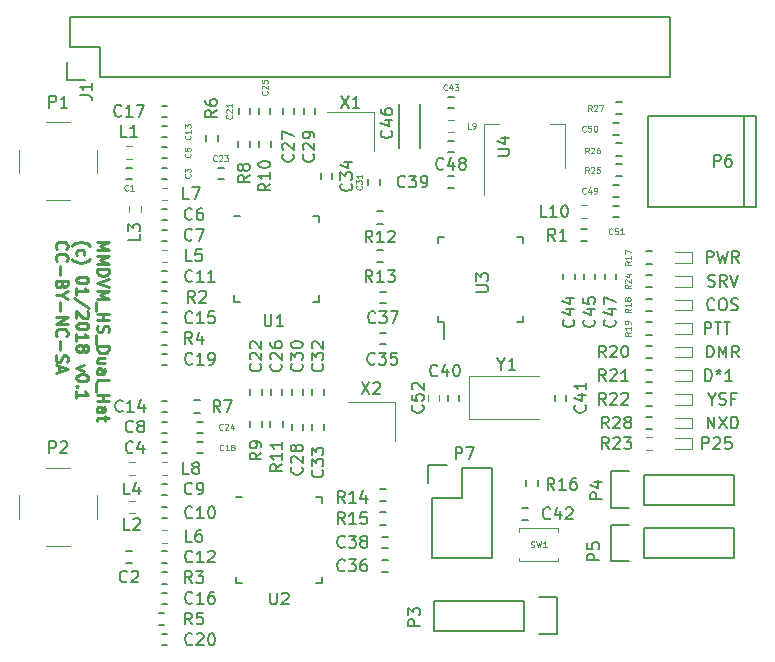
<source format=gto>
G04 #@! TF.GenerationSoftware,KiCad,Pcbnew,(2017-12-10 revision 6ee26fd)-master*
G04 #@! TF.CreationDate,2018-02-02T05:24:30+01:00*
G04 #@! TF.ProjectId,mmdvm_hs_dual_hat,6D6D64766D5F68735F6475616C5F6861,rev?*
G04 #@! TF.SameCoordinates,Original*
G04 #@! TF.FileFunction,Legend,Top*
G04 #@! TF.FilePolarity,Positive*
%FSLAX46Y46*%
G04 Gerber Fmt 4.6, Leading zero omitted, Abs format (unit mm)*
G04 Created by KiCad (PCBNEW (2017-12-10 revision 6ee26fd)-master) date Friday, 02. February 2018 'u24' 05:24:30*
%MOMM*%
%LPD*%
G01*
G04 APERTURE LIST*
%ADD10C,0.250000*%
%ADD11C,0.120000*%
%ADD12C,0.150000*%
%ADD13C,0.125000*%
G04 APERTURE END LIST*
D10*
X99797619Y-102600595D02*
X100797619Y-102600595D01*
X100083333Y-102933928D01*
X100797619Y-103267261D01*
X99797619Y-103267261D01*
X99797619Y-103743452D02*
X100797619Y-103743452D01*
X100083333Y-104076785D01*
X100797619Y-104410119D01*
X99797619Y-104410119D01*
X99797619Y-104886309D02*
X100797619Y-104886309D01*
X100797619Y-105124404D01*
X100750000Y-105267261D01*
X100654761Y-105362500D01*
X100559523Y-105410119D01*
X100369047Y-105457738D01*
X100226190Y-105457738D01*
X100035714Y-105410119D01*
X99940476Y-105362500D01*
X99845238Y-105267261D01*
X99797619Y-105124404D01*
X99797619Y-104886309D01*
X100797619Y-105743452D02*
X99797619Y-106076785D01*
X100797619Y-106410119D01*
X99797619Y-106743452D02*
X100797619Y-106743452D01*
X100083333Y-107076785D01*
X100797619Y-107410119D01*
X99797619Y-107410119D01*
X99702380Y-107648214D02*
X99702380Y-108410119D01*
X99797619Y-108648214D02*
X100797619Y-108648214D01*
X100321428Y-108648214D02*
X100321428Y-109219642D01*
X99797619Y-109219642D02*
X100797619Y-109219642D01*
X99845238Y-109648214D02*
X99797619Y-109791071D01*
X99797619Y-110029166D01*
X99845238Y-110124404D01*
X99892857Y-110172023D01*
X99988095Y-110219642D01*
X100083333Y-110219642D01*
X100178571Y-110172023D01*
X100226190Y-110124404D01*
X100273809Y-110029166D01*
X100321428Y-109838690D01*
X100369047Y-109743452D01*
X100416666Y-109695833D01*
X100511904Y-109648214D01*
X100607142Y-109648214D01*
X100702380Y-109695833D01*
X100750000Y-109743452D01*
X100797619Y-109838690D01*
X100797619Y-110076785D01*
X100750000Y-110219642D01*
X99702380Y-110410119D02*
X99702380Y-111172023D01*
X99797619Y-111410119D02*
X100797619Y-111410119D01*
X100797619Y-111648214D01*
X100750000Y-111791071D01*
X100654761Y-111886309D01*
X100559523Y-111933928D01*
X100369047Y-111981547D01*
X100226190Y-111981547D01*
X100035714Y-111933928D01*
X99940476Y-111886309D01*
X99845238Y-111791071D01*
X99797619Y-111648214D01*
X99797619Y-111410119D01*
X100464285Y-112838690D02*
X99797619Y-112838690D01*
X100464285Y-112410119D02*
X99940476Y-112410119D01*
X99845238Y-112457738D01*
X99797619Y-112552976D01*
X99797619Y-112695833D01*
X99845238Y-112791071D01*
X99892857Y-112838690D01*
X99797619Y-113743452D02*
X100321428Y-113743452D01*
X100416666Y-113695833D01*
X100464285Y-113600595D01*
X100464285Y-113410119D01*
X100416666Y-113314880D01*
X99845238Y-113743452D02*
X99797619Y-113648214D01*
X99797619Y-113410119D01*
X99845238Y-113314880D01*
X99940476Y-113267261D01*
X100035714Y-113267261D01*
X100130952Y-113314880D01*
X100178571Y-113410119D01*
X100178571Y-113648214D01*
X100226190Y-113743452D01*
X99797619Y-114362500D02*
X99845238Y-114267261D01*
X99940476Y-114219642D01*
X100797619Y-114219642D01*
X99702380Y-114505357D02*
X99702380Y-115267261D01*
X99797619Y-115505357D02*
X100797619Y-115505357D01*
X100321428Y-115505357D02*
X100321428Y-116076785D01*
X99797619Y-116076785D02*
X100797619Y-116076785D01*
X99797619Y-116981547D02*
X100321428Y-116981547D01*
X100416666Y-116933928D01*
X100464285Y-116838690D01*
X100464285Y-116648214D01*
X100416666Y-116552976D01*
X99845238Y-116981547D02*
X99797619Y-116886309D01*
X99797619Y-116648214D01*
X99845238Y-116552976D01*
X99940476Y-116505357D01*
X100035714Y-116505357D01*
X100130952Y-116552976D01*
X100178571Y-116648214D01*
X100178571Y-116886309D01*
X100226190Y-116981547D01*
X100464285Y-117314880D02*
X100464285Y-117695833D01*
X100797619Y-117457738D02*
X99940476Y-117457738D01*
X99845238Y-117505357D01*
X99797619Y-117600595D01*
X99797619Y-117695833D01*
X97666666Y-102886309D02*
X97714285Y-102838690D01*
X97857142Y-102743452D01*
X97952380Y-102695833D01*
X98095238Y-102648214D01*
X98333333Y-102600595D01*
X98523809Y-102600595D01*
X98761904Y-102648214D01*
X98904761Y-102695833D01*
X99000000Y-102743452D01*
X99142857Y-102838690D01*
X99190476Y-102886309D01*
X98095238Y-103695833D02*
X98047619Y-103600595D01*
X98047619Y-103410119D01*
X98095238Y-103314880D01*
X98142857Y-103267261D01*
X98238095Y-103219642D01*
X98523809Y-103219642D01*
X98619047Y-103267261D01*
X98666666Y-103314880D01*
X98714285Y-103410119D01*
X98714285Y-103600595D01*
X98666666Y-103695833D01*
X97666666Y-104029166D02*
X97714285Y-104076785D01*
X97857142Y-104172023D01*
X97952380Y-104219642D01*
X98095238Y-104267261D01*
X98333333Y-104314880D01*
X98523809Y-104314880D01*
X98761904Y-104267261D01*
X98904761Y-104219642D01*
X99000000Y-104172023D01*
X99142857Y-104076785D01*
X99190476Y-104029166D01*
X99047619Y-105743452D02*
X99047619Y-105838690D01*
X99000000Y-105933928D01*
X98952380Y-105981547D01*
X98857142Y-106029166D01*
X98666666Y-106076785D01*
X98428571Y-106076785D01*
X98238095Y-106029166D01*
X98142857Y-105981547D01*
X98095238Y-105933928D01*
X98047619Y-105838690D01*
X98047619Y-105743452D01*
X98095238Y-105648214D01*
X98142857Y-105600595D01*
X98238095Y-105552976D01*
X98428571Y-105505357D01*
X98666666Y-105505357D01*
X98857142Y-105552976D01*
X98952380Y-105600595D01*
X99000000Y-105648214D01*
X99047619Y-105743452D01*
X98047619Y-107029166D02*
X98047619Y-106457738D01*
X98047619Y-106743452D02*
X99047619Y-106743452D01*
X98904761Y-106648214D01*
X98809523Y-106552976D01*
X98761904Y-106457738D01*
X99095238Y-108172023D02*
X97809523Y-107314880D01*
X98952380Y-108457738D02*
X99000000Y-108505357D01*
X99047619Y-108600595D01*
X99047619Y-108838690D01*
X99000000Y-108933928D01*
X98952380Y-108981547D01*
X98857142Y-109029166D01*
X98761904Y-109029166D01*
X98619047Y-108981547D01*
X98047619Y-108410119D01*
X98047619Y-109029166D01*
X99047619Y-109648214D02*
X99047619Y-109743452D01*
X99000000Y-109838690D01*
X98952380Y-109886309D01*
X98857142Y-109933928D01*
X98666666Y-109981547D01*
X98428571Y-109981547D01*
X98238095Y-109933928D01*
X98142857Y-109886309D01*
X98095238Y-109838690D01*
X98047619Y-109743452D01*
X98047619Y-109648214D01*
X98095238Y-109552976D01*
X98142857Y-109505357D01*
X98238095Y-109457738D01*
X98428571Y-109410119D01*
X98666666Y-109410119D01*
X98857142Y-109457738D01*
X98952380Y-109505357D01*
X99000000Y-109552976D01*
X99047619Y-109648214D01*
X98047619Y-110933928D02*
X98047619Y-110362500D01*
X98047619Y-110648214D02*
X99047619Y-110648214D01*
X98904761Y-110552976D01*
X98809523Y-110457738D01*
X98761904Y-110362500D01*
X98619047Y-111505357D02*
X98666666Y-111410119D01*
X98714285Y-111362500D01*
X98809523Y-111314880D01*
X98857142Y-111314880D01*
X98952380Y-111362500D01*
X99000000Y-111410119D01*
X99047619Y-111505357D01*
X99047619Y-111695833D01*
X99000000Y-111791071D01*
X98952380Y-111838690D01*
X98857142Y-111886309D01*
X98809523Y-111886309D01*
X98714285Y-111838690D01*
X98666666Y-111791071D01*
X98619047Y-111695833D01*
X98619047Y-111505357D01*
X98571428Y-111410119D01*
X98523809Y-111362500D01*
X98428571Y-111314880D01*
X98238095Y-111314880D01*
X98142857Y-111362500D01*
X98095238Y-111410119D01*
X98047619Y-111505357D01*
X98047619Y-111695833D01*
X98095238Y-111791071D01*
X98142857Y-111838690D01*
X98238095Y-111886309D01*
X98428571Y-111886309D01*
X98523809Y-111838690D01*
X98571428Y-111791071D01*
X98619047Y-111695833D01*
X98714285Y-112981547D02*
X98047619Y-113219642D01*
X98714285Y-113457738D01*
X99047619Y-114029166D02*
X99047619Y-114124404D01*
X99000000Y-114219642D01*
X98952380Y-114267261D01*
X98857142Y-114314880D01*
X98666666Y-114362500D01*
X98428571Y-114362500D01*
X98238095Y-114314880D01*
X98142857Y-114267261D01*
X98095238Y-114219642D01*
X98047619Y-114124404D01*
X98047619Y-114029166D01*
X98095238Y-113933928D01*
X98142857Y-113886309D01*
X98238095Y-113838690D01*
X98428571Y-113791071D01*
X98666666Y-113791071D01*
X98857142Y-113838690D01*
X98952380Y-113886309D01*
X99000000Y-113933928D01*
X99047619Y-114029166D01*
X98142857Y-114791071D02*
X98095238Y-114838690D01*
X98047619Y-114791071D01*
X98095238Y-114743452D01*
X98142857Y-114791071D01*
X98047619Y-114791071D01*
X98047619Y-115791071D02*
X98047619Y-115219642D01*
X98047619Y-115505357D02*
X99047619Y-115505357D01*
X98904761Y-115410119D01*
X98809523Y-115314880D01*
X98761904Y-115219642D01*
X96392857Y-103172023D02*
X96345238Y-103124404D01*
X96297619Y-102981547D01*
X96297619Y-102886309D01*
X96345238Y-102743452D01*
X96440476Y-102648214D01*
X96535714Y-102600595D01*
X96726190Y-102552976D01*
X96869047Y-102552976D01*
X97059523Y-102600595D01*
X97154761Y-102648214D01*
X97250000Y-102743452D01*
X97297619Y-102886309D01*
X97297619Y-102981547D01*
X97250000Y-103124404D01*
X97202380Y-103172023D01*
X96392857Y-104172023D02*
X96345238Y-104124404D01*
X96297619Y-103981547D01*
X96297619Y-103886309D01*
X96345238Y-103743452D01*
X96440476Y-103648214D01*
X96535714Y-103600595D01*
X96726190Y-103552976D01*
X96869047Y-103552976D01*
X97059523Y-103600595D01*
X97154761Y-103648214D01*
X97250000Y-103743452D01*
X97297619Y-103886309D01*
X97297619Y-103981547D01*
X97250000Y-104124404D01*
X97202380Y-104172023D01*
X96678571Y-104600595D02*
X96678571Y-105362500D01*
X96821428Y-106172023D02*
X96773809Y-106314880D01*
X96726190Y-106362500D01*
X96630952Y-106410119D01*
X96488095Y-106410119D01*
X96392857Y-106362500D01*
X96345238Y-106314880D01*
X96297619Y-106219642D01*
X96297619Y-105838690D01*
X97297619Y-105838690D01*
X97297619Y-106172023D01*
X97250000Y-106267261D01*
X97202380Y-106314880D01*
X97107142Y-106362500D01*
X97011904Y-106362500D01*
X96916666Y-106314880D01*
X96869047Y-106267261D01*
X96821428Y-106172023D01*
X96821428Y-105838690D01*
X96773809Y-107029166D02*
X96297619Y-107029166D01*
X97297619Y-106695833D02*
X96773809Y-107029166D01*
X97297619Y-107362500D01*
X96678571Y-107695833D02*
X96678571Y-108457738D01*
X96297619Y-108933928D02*
X97297619Y-108933928D01*
X96297619Y-109505357D01*
X97297619Y-109505357D01*
X96392857Y-110552976D02*
X96345238Y-110505357D01*
X96297619Y-110362500D01*
X96297619Y-110267261D01*
X96345238Y-110124404D01*
X96440476Y-110029166D01*
X96535714Y-109981547D01*
X96726190Y-109933928D01*
X96869047Y-109933928D01*
X97059523Y-109981547D01*
X97154761Y-110029166D01*
X97250000Y-110124404D01*
X97297619Y-110267261D01*
X97297619Y-110362500D01*
X97250000Y-110505357D01*
X97202380Y-110552976D01*
X96678571Y-110981547D02*
X96678571Y-111743452D01*
X96345238Y-112172023D02*
X96297619Y-112314880D01*
X96297619Y-112552976D01*
X96345238Y-112648214D01*
X96392857Y-112695833D01*
X96488095Y-112743452D01*
X96583333Y-112743452D01*
X96678571Y-112695833D01*
X96726190Y-112648214D01*
X96773809Y-112552976D01*
X96821428Y-112362500D01*
X96869047Y-112267261D01*
X96916666Y-112219642D01*
X97011904Y-112172023D01*
X97107142Y-112172023D01*
X97202380Y-112219642D01*
X97250000Y-112267261D01*
X97297619Y-112362500D01*
X97297619Y-112600595D01*
X97250000Y-112743452D01*
X96583333Y-113124404D02*
X96583333Y-113600595D01*
X96297619Y-113029166D02*
X97297619Y-113362500D01*
X96297619Y-113695833D01*
D11*
X139410000Y-92590000D02*
X138150000Y-92590000D01*
X132590000Y-92590000D02*
X133850000Y-92590000D01*
X139410000Y-96350000D02*
X139410000Y-92590000D01*
X132590000Y-98600000D02*
X132590000Y-92590000D01*
D12*
X102250000Y-97225000D02*
X102750000Y-97225000D01*
X102750000Y-96275000D02*
X102250000Y-96275000D01*
X102250000Y-129725000D02*
X102750000Y-129725000D01*
X102750000Y-128775000D02*
X102250000Y-128775000D01*
X105250000Y-97225000D02*
X105750000Y-97225000D01*
X105750000Y-96275000D02*
X105250000Y-96275000D01*
X105750000Y-119525000D02*
X105250000Y-119525000D01*
X105250000Y-120475000D02*
X105750000Y-120475000D01*
X105250000Y-95475000D02*
X105750000Y-95475000D01*
X105750000Y-94525000D02*
X105250000Y-94525000D01*
X105250000Y-100725000D02*
X105750000Y-100725000D01*
X105750000Y-99775000D02*
X105250000Y-99775000D01*
X105250000Y-102475000D02*
X105750000Y-102475000D01*
X105750000Y-101525000D02*
X105250000Y-101525000D01*
X105750000Y-117775000D02*
X105250000Y-117775000D01*
X105250000Y-118725000D02*
X105750000Y-118725000D01*
X105250000Y-123975000D02*
X105750000Y-123975000D01*
X105750000Y-123025000D02*
X105250000Y-123025000D01*
X105250000Y-125975000D02*
X105750000Y-125975000D01*
X105750000Y-125025000D02*
X105250000Y-125025000D01*
X105250000Y-105975000D02*
X105750000Y-105975000D01*
X105750000Y-105025000D02*
X105250000Y-105025000D01*
X105250000Y-129725000D02*
X105750000Y-129725000D01*
X105750000Y-128775000D02*
X105250000Y-128775000D01*
X105250000Y-93725000D02*
X105750000Y-93725000D01*
X105750000Y-92775000D02*
X105250000Y-92775000D01*
X105750000Y-116025000D02*
X105250000Y-116025000D01*
X105250000Y-116975000D02*
X105750000Y-116975000D01*
X105250000Y-109475000D02*
X105750000Y-109475000D01*
X105750000Y-108525000D02*
X105250000Y-108525000D01*
X105250000Y-133225000D02*
X105750000Y-133225000D01*
X105750000Y-132275000D02*
X105250000Y-132275000D01*
X105250000Y-91975000D02*
X105750000Y-91975000D01*
X105750000Y-91025000D02*
X105250000Y-91025000D01*
X108750000Y-119525000D02*
X108250000Y-119525000D01*
X108250000Y-120475000D02*
X108750000Y-120475000D01*
X105250000Y-112975000D02*
X105750000Y-112975000D01*
X105750000Y-112025000D02*
X105250000Y-112025000D01*
X105250000Y-136725000D02*
X105750000Y-136725000D01*
X105750000Y-135775000D02*
X105250000Y-135775000D01*
X111775000Y-91250000D02*
X111775000Y-91750000D01*
X112725000Y-91750000D02*
X112725000Y-91250000D01*
X112775000Y-115000000D02*
X112775000Y-115500000D01*
X113725000Y-115500000D02*
X113725000Y-115000000D01*
X110000000Y-97225000D02*
X110500000Y-97225000D01*
X110500000Y-96275000D02*
X110000000Y-96275000D01*
X108250000Y-118725000D02*
X108750000Y-118725000D01*
X108750000Y-117775000D02*
X108250000Y-117775000D01*
X113525000Y-91250000D02*
X113525000Y-91750000D01*
X114475000Y-91750000D02*
X114475000Y-91250000D01*
X114525000Y-115000000D02*
X114525000Y-115500000D01*
X115475000Y-115500000D02*
X115475000Y-115000000D01*
X115525000Y-91250000D02*
X115525000Y-91750000D01*
X116475000Y-91750000D02*
X116475000Y-91250000D01*
X116275000Y-118000000D02*
X116275000Y-118500000D01*
X117225000Y-118500000D02*
X117225000Y-118000000D01*
X118225000Y-91750000D02*
X118225000Y-91250000D01*
X117275000Y-91250000D02*
X117275000Y-91750000D01*
X117225000Y-115500000D02*
X117225000Y-115000000D01*
X116275000Y-115000000D02*
X116275000Y-115500000D01*
X123725000Y-97750000D02*
X123725000Y-97250000D01*
X122775000Y-97250000D02*
X122775000Y-97750000D01*
X118025000Y-115000000D02*
X118025000Y-115500000D01*
X118975000Y-115500000D02*
X118975000Y-115000000D01*
X118025000Y-118000000D02*
X118025000Y-118500000D01*
X118975000Y-118500000D02*
X118975000Y-118000000D01*
X119725000Y-97250000D02*
X119725000Y-96750000D01*
X118775000Y-96750000D02*
X118775000Y-97250000D01*
X123750000Y-111225000D02*
X124250000Y-111225000D01*
X124250000Y-110275000D02*
X123750000Y-110275000D01*
X123950000Y-130475000D02*
X124450000Y-130475000D01*
X124450000Y-129525000D02*
X123950000Y-129525000D01*
X123750000Y-107725000D02*
X124250000Y-107725000D01*
X124250000Y-106775000D02*
X123750000Y-106775000D01*
X123950000Y-128475000D02*
X124450000Y-128475000D01*
X124450000Y-127525000D02*
X123950000Y-127525000D01*
X130000000Y-97025000D02*
X129500000Y-97025000D01*
X129500000Y-97975000D02*
X130000000Y-97975000D01*
X129525000Y-115500000D02*
X129525000Y-116000000D01*
X130475000Y-116000000D02*
X130475000Y-115500000D01*
X138525000Y-115500000D02*
X138525000Y-116000000D01*
X139475000Y-116000000D02*
X139475000Y-115500000D01*
X135750000Y-126075000D02*
X136250000Y-126075000D01*
X136250000Y-125125000D02*
X135750000Y-125125000D01*
X129500000Y-91225000D02*
X130000000Y-91225000D01*
X130000000Y-90275000D02*
X129500000Y-90275000D01*
X139275000Y-105250000D02*
X139275000Y-105750000D01*
X140225000Y-105750000D02*
X140225000Y-105250000D01*
X141025000Y-105250000D02*
X141025000Y-105750000D01*
X141975000Y-105750000D02*
X141975000Y-105250000D01*
X127150000Y-90900000D02*
X127150000Y-94600000D01*
X125350000Y-90900000D02*
X125350000Y-94600000D01*
X142775000Y-105250000D02*
X142775000Y-105750000D01*
X143725000Y-105750000D02*
X143725000Y-105250000D01*
X130000000Y-94025000D02*
X129500000Y-94025000D01*
X129500000Y-94975000D02*
X130000000Y-94975000D01*
D11*
X102750000Y-94470000D02*
X102250000Y-94470000D01*
X102250000Y-95530000D02*
X102750000Y-95530000D01*
X103000000Y-124470000D02*
X102500000Y-124470000D01*
X102500000Y-125530000D02*
X103000000Y-125530000D01*
X103530000Y-100000000D02*
X103530000Y-99500000D01*
X102470000Y-99500000D02*
X102470000Y-100000000D01*
X103000000Y-121220000D02*
X102500000Y-121220000D01*
X102500000Y-122280000D02*
X103000000Y-122280000D01*
X105750000Y-103220000D02*
X105250000Y-103220000D01*
X105250000Y-104280000D02*
X105750000Y-104280000D01*
X105750000Y-126970000D02*
X105250000Y-126970000D01*
X105250000Y-128030000D02*
X105750000Y-128030000D01*
X105750000Y-97970000D02*
X105250000Y-97970000D01*
X105250000Y-99030000D02*
X105750000Y-99030000D01*
X105250000Y-122280000D02*
X105750000Y-122280000D01*
X105750000Y-121220000D02*
X105250000Y-121220000D01*
X129500000Y-93280000D02*
X130000000Y-93280000D01*
X130000000Y-92220000D02*
X129500000Y-92220000D01*
X95500000Y-92450000D02*
X97500000Y-92450000D01*
X95500000Y-99050000D02*
X97500000Y-99050000D01*
X99800000Y-94750000D02*
X99800000Y-96750000D01*
X93200000Y-94750000D02*
X93200000Y-96750000D01*
X95500000Y-121700000D02*
X97500000Y-121700000D01*
X95500000Y-128300000D02*
X97500000Y-128300000D01*
X99800000Y-124000000D02*
X99800000Y-126000000D01*
X93200000Y-124000000D02*
X93200000Y-126000000D01*
D12*
X135910000Y-132930000D02*
X128290000Y-132930000D01*
X135910000Y-135470000D02*
X128290000Y-135470000D01*
X138730000Y-135750000D02*
X137180000Y-135750000D01*
X128290000Y-132930000D02*
X128290000Y-135470000D01*
X135910000Y-135470000D02*
X135910000Y-132930000D01*
X137180000Y-132650000D02*
X138730000Y-132650000D01*
X138730000Y-132650000D02*
X138730000Y-135750000D01*
X146120000Y-124820000D02*
X153740000Y-124820000D01*
X146120000Y-122280000D02*
X153740000Y-122280000D01*
X143300000Y-122000000D02*
X144850000Y-122000000D01*
X153740000Y-124820000D02*
X153740000Y-122280000D01*
X146120000Y-122280000D02*
X146120000Y-124820000D01*
X144850000Y-125100000D02*
X143300000Y-125100000D01*
X143300000Y-125100000D02*
X143300000Y-122000000D01*
X146120000Y-129320000D02*
X153740000Y-129320000D01*
X146120000Y-126780000D02*
X153740000Y-126780000D01*
X143300000Y-126500000D02*
X144850000Y-126500000D01*
X153740000Y-129320000D02*
X153740000Y-126780000D01*
X146120000Y-126780000D02*
X146120000Y-129320000D01*
X144850000Y-129600000D02*
X143300000Y-129600000D01*
X143300000Y-129600000D02*
X143300000Y-126500000D01*
X141250000Y-101475000D02*
X140750000Y-101475000D01*
X140750000Y-102525000D02*
X141250000Y-102525000D01*
X105250000Y-107775000D02*
X105750000Y-107775000D01*
X105750000Y-106725000D02*
X105250000Y-106725000D01*
X105250000Y-131525000D02*
X105750000Y-131525000D01*
X105750000Y-130475000D02*
X105250000Y-130475000D01*
X105250000Y-111275000D02*
X105750000Y-111275000D01*
X105750000Y-110225000D02*
X105250000Y-110225000D01*
X105000000Y-135025000D02*
X105500000Y-135025000D01*
X105500000Y-133975000D02*
X105000000Y-133975000D01*
X108975000Y-93500000D02*
X108975000Y-94000000D01*
X110025000Y-94000000D02*
X110025000Y-93500000D01*
X108500000Y-115975000D02*
X108000000Y-115975000D01*
X108000000Y-117025000D02*
X108500000Y-117025000D01*
X111725000Y-94000000D02*
X111725000Y-94500000D01*
X112775000Y-94500000D02*
X112775000Y-94000000D01*
X112725000Y-117750000D02*
X112725000Y-118250000D01*
X113775000Y-118250000D02*
X113775000Y-117750000D01*
X113475000Y-94000000D02*
X113475000Y-94500000D01*
X114525000Y-94500000D02*
X114525000Y-94000000D01*
X114475000Y-117750000D02*
X114475000Y-118250000D01*
X115525000Y-118250000D02*
X115525000Y-117750000D01*
X123500000Y-101025000D02*
X124000000Y-101025000D01*
X124000000Y-99975000D02*
X123500000Y-99975000D01*
X123500000Y-104275000D02*
X124000000Y-104275000D01*
X124000000Y-103225000D02*
X123500000Y-103225000D01*
X123750000Y-124525000D02*
X124250000Y-124525000D01*
X124250000Y-123475000D02*
X123750000Y-123475000D01*
X123750000Y-126525000D02*
X124250000Y-126525000D01*
X124250000Y-125475000D02*
X123750000Y-125475000D01*
X136075000Y-122750000D02*
X136075000Y-123250000D01*
X137125000Y-123250000D02*
X137125000Y-122750000D01*
X146250000Y-104425000D02*
X146750000Y-104425000D01*
X146750000Y-103375000D02*
X146250000Y-103375000D01*
X146250000Y-108425000D02*
X146750000Y-108425000D01*
X146750000Y-107375000D02*
X146250000Y-107375000D01*
X146250000Y-110425000D02*
X146750000Y-110425000D01*
X146750000Y-109375000D02*
X146250000Y-109375000D01*
X146250000Y-112425000D02*
X146750000Y-112425000D01*
X146750000Y-111375000D02*
X146250000Y-111375000D01*
X146250000Y-114425000D02*
X146750000Y-114425000D01*
X146750000Y-113375000D02*
X146250000Y-113375000D01*
X146250000Y-116425000D02*
X146750000Y-116425000D01*
X146750000Y-115375000D02*
X146250000Y-115375000D01*
X146750000Y-105375000D02*
X146250000Y-105375000D01*
X146250000Y-106425000D02*
X146750000Y-106425000D01*
D11*
X138850000Y-127100000D02*
X138850000Y-126800000D01*
X138850000Y-126800000D02*
X135550000Y-126800000D01*
X135550000Y-126800000D02*
X135550000Y-127100000D01*
X138850000Y-129300000D02*
X138850000Y-129600000D01*
X138850000Y-129600000D02*
X135550000Y-129600000D01*
X135550000Y-129600000D02*
X135550000Y-129300000D01*
D12*
X118625000Y-100375000D02*
X118625000Y-100900000D01*
X111375000Y-107625000D02*
X111375000Y-107100000D01*
X118625000Y-107625000D02*
X118625000Y-107100000D01*
X111375000Y-100375000D02*
X111900000Y-100375000D01*
X111375000Y-107625000D02*
X111900000Y-107625000D01*
X118625000Y-107625000D02*
X118100000Y-107625000D01*
X118625000Y-100375000D02*
X118100000Y-100375000D01*
X118825000Y-124175000D02*
X118825000Y-124700000D01*
X111575000Y-131425000D02*
X111575000Y-130900000D01*
X118825000Y-131425000D02*
X118825000Y-130900000D01*
X111575000Y-124175000D02*
X112100000Y-124175000D01*
X111575000Y-131425000D02*
X112100000Y-131425000D01*
X118825000Y-131425000D02*
X118300000Y-131425000D01*
X118825000Y-124175000D02*
X118300000Y-124175000D01*
X128625000Y-109375000D02*
X129150000Y-109375000D01*
X128625000Y-102125000D02*
X129150000Y-102125000D01*
X135875000Y-102125000D02*
X135350000Y-102125000D01*
X135875000Y-109375000D02*
X135350000Y-109375000D01*
X128625000Y-109375000D02*
X128625000Y-108850000D01*
X135875000Y-109375000D02*
X135875000Y-108850000D01*
X135875000Y-102125000D02*
X135875000Y-102650000D01*
X128625000Y-102125000D02*
X128625000Y-102650000D01*
X129150000Y-109375000D02*
X129150000Y-110750000D01*
D11*
X123250000Y-94900000D02*
X123250000Y-91600000D01*
X123250000Y-91600000D02*
X119250000Y-91600000D01*
X137200000Y-113950000D02*
X131300000Y-113950000D01*
X131300000Y-113950000D02*
X131300000Y-117550000D01*
X131300000Y-117550000D02*
X137200000Y-117550000D01*
D12*
X143500000Y-98725000D02*
X144000000Y-98725000D01*
X144000000Y-97775000D02*
X143500000Y-97775000D01*
X144000000Y-92525000D02*
X143500000Y-92525000D01*
X143500000Y-93475000D02*
X144000000Y-93475000D01*
X143500000Y-100475000D02*
X144000000Y-100475000D01*
X144000000Y-99525000D02*
X143500000Y-99525000D01*
D11*
X141250000Y-99470000D02*
X140750000Y-99470000D01*
X140750000Y-100530000D02*
X141250000Y-100530000D01*
D12*
X154599180Y-99600640D02*
X154599180Y-91899360D01*
X155599940Y-99600640D02*
X155599940Y-91899360D01*
X155599940Y-91899360D02*
X146400060Y-91899360D01*
X146400060Y-91899360D02*
X146400060Y-99600640D01*
X146400060Y-99600640D02*
X155599940Y-99600640D01*
X143750000Y-97025000D02*
X144250000Y-97025000D01*
X144250000Y-95975000D02*
X143750000Y-95975000D01*
X143750000Y-95275000D02*
X144250000Y-95275000D01*
X144250000Y-94225000D02*
X143750000Y-94225000D01*
X148330000Y-83490000D02*
X97530000Y-83490000D01*
X100070000Y-88570000D02*
X148330000Y-88570000D01*
X148330000Y-83490000D02*
X148330000Y-88570000D01*
X97530000Y-83490000D02*
X97530000Y-86030000D01*
X97250000Y-87300000D02*
X97250000Y-88850000D01*
X97530000Y-86030000D02*
X100070000Y-86030000D01*
X100070000Y-86030000D02*
X100070000Y-88570000D01*
X97250000Y-88850000D02*
X98800000Y-88850000D01*
X144250000Y-90725000D02*
X143750000Y-90725000D01*
X143750000Y-91775000D02*
X144250000Y-91775000D01*
X128130000Y-124270000D02*
X128130000Y-129350000D01*
X127850000Y-121450000D02*
X129400000Y-121450000D01*
X130670000Y-121730000D02*
X130670000Y-124270000D01*
X130670000Y-124270000D02*
X128130000Y-124270000D01*
X128130000Y-129350000D02*
X133210000Y-129350000D01*
X133210000Y-129350000D02*
X133210000Y-124270000D01*
X127850000Y-121450000D02*
X127850000Y-123000000D01*
X133210000Y-121730000D02*
X130670000Y-121730000D01*
X133210000Y-124270000D02*
X133210000Y-121730000D01*
X146250000Y-118425000D02*
X146750000Y-118425000D01*
X146750000Y-117375000D02*
X146250000Y-117375000D01*
D11*
X128720000Y-116000000D02*
X128720000Y-115500000D01*
X127780000Y-115500000D02*
X127780000Y-116000000D01*
X125000000Y-116100000D02*
X121000000Y-116100000D01*
X125000000Y-119400000D02*
X125000000Y-116100000D01*
X150200000Y-108350000D02*
X148750000Y-108350000D01*
X150200000Y-107450000D02*
X148750000Y-107450000D01*
X150200000Y-108350000D02*
X150200000Y-107450000D01*
X150200000Y-114350000D02*
X150200000Y-113450000D01*
X150200000Y-113450000D02*
X148750000Y-113450000D01*
X150200000Y-114350000D02*
X148750000Y-114350000D01*
X150200000Y-112350000D02*
X148750000Y-112350000D01*
X150200000Y-111450000D02*
X148750000Y-111450000D01*
X150200000Y-112350000D02*
X150200000Y-111450000D01*
X150200000Y-118350000D02*
X148750000Y-118350000D01*
X150200000Y-117450000D02*
X148750000Y-117450000D01*
X150200000Y-118350000D02*
X150200000Y-117450000D01*
X150200000Y-110350000D02*
X150200000Y-109450000D01*
X150200000Y-109450000D02*
X148750000Y-109450000D01*
X150200000Y-110350000D02*
X148750000Y-110350000D01*
X150200000Y-104350000D02*
X150200000Y-103450000D01*
X150200000Y-103450000D02*
X148750000Y-103450000D01*
X150200000Y-104350000D02*
X148750000Y-104350000D01*
X150200000Y-106350000D02*
X150200000Y-105450000D01*
X150200000Y-105450000D02*
X148750000Y-105450000D01*
X150200000Y-106350000D02*
X148750000Y-106350000D01*
X150200000Y-116350000D02*
X148750000Y-116350000D01*
X150200000Y-115450000D02*
X148750000Y-115450000D01*
X150200000Y-116350000D02*
X150200000Y-115450000D01*
X150200000Y-120100000D02*
X148750000Y-120100000D01*
X150200000Y-119200000D02*
X148750000Y-119200000D01*
X150200000Y-120100000D02*
X150200000Y-119200000D01*
X146750000Y-119120000D02*
X146250000Y-119120000D01*
X146250000Y-120180000D02*
X146750000Y-120180000D01*
D12*
X133702380Y-95261904D02*
X134511904Y-95261904D01*
X134607142Y-95214285D01*
X134654761Y-95166666D01*
X134702380Y-95071428D01*
X134702380Y-94880952D01*
X134654761Y-94785714D01*
X134607142Y-94738095D01*
X134511904Y-94690476D01*
X133702380Y-94690476D01*
X134035714Y-93785714D02*
X134702380Y-93785714D01*
X133654761Y-94023809D02*
X134369047Y-94261904D01*
X134369047Y-93642857D01*
D13*
X102416666Y-98178571D02*
X102392857Y-98202380D01*
X102321428Y-98226190D01*
X102273809Y-98226190D01*
X102202380Y-98202380D01*
X102154761Y-98154761D01*
X102130952Y-98107142D01*
X102107142Y-98011904D01*
X102107142Y-97940476D01*
X102130952Y-97845238D01*
X102154761Y-97797619D01*
X102202380Y-97750000D01*
X102273809Y-97726190D01*
X102321428Y-97726190D01*
X102392857Y-97750000D01*
X102416666Y-97773809D01*
X102892857Y-98226190D02*
X102607142Y-98226190D01*
X102750000Y-98226190D02*
X102750000Y-97726190D01*
X102702380Y-97797619D01*
X102654761Y-97845238D01*
X102607142Y-97869047D01*
D12*
X102333333Y-131307142D02*
X102285714Y-131354761D01*
X102142857Y-131402380D01*
X102047619Y-131402380D01*
X101904761Y-131354761D01*
X101809523Y-131259523D01*
X101761904Y-131164285D01*
X101714285Y-130973809D01*
X101714285Y-130830952D01*
X101761904Y-130640476D01*
X101809523Y-130545238D01*
X101904761Y-130450000D01*
X102047619Y-130402380D01*
X102142857Y-130402380D01*
X102285714Y-130450000D01*
X102333333Y-130497619D01*
X102714285Y-130497619D02*
X102761904Y-130450000D01*
X102857142Y-130402380D01*
X103095238Y-130402380D01*
X103190476Y-130450000D01*
X103238095Y-130497619D01*
X103285714Y-130592857D01*
X103285714Y-130688095D01*
X103238095Y-130830952D01*
X102666666Y-131402380D01*
X103285714Y-131402380D01*
D13*
X107678571Y-96833333D02*
X107702380Y-96857142D01*
X107726190Y-96928571D01*
X107726190Y-96976190D01*
X107702380Y-97047619D01*
X107654761Y-97095238D01*
X107607142Y-97119047D01*
X107511904Y-97142857D01*
X107440476Y-97142857D01*
X107345238Y-97119047D01*
X107297619Y-97095238D01*
X107250000Y-97047619D01*
X107226190Y-96976190D01*
X107226190Y-96928571D01*
X107250000Y-96857142D01*
X107273809Y-96833333D01*
X107226190Y-96666666D02*
X107226190Y-96357142D01*
X107416666Y-96523809D01*
X107416666Y-96452380D01*
X107440476Y-96404761D01*
X107464285Y-96380952D01*
X107511904Y-96357142D01*
X107630952Y-96357142D01*
X107678571Y-96380952D01*
X107702380Y-96404761D01*
X107726190Y-96452380D01*
X107726190Y-96595238D01*
X107702380Y-96642857D01*
X107678571Y-96666666D01*
D12*
X102833333Y-120357142D02*
X102785714Y-120404761D01*
X102642857Y-120452380D01*
X102547619Y-120452380D01*
X102404761Y-120404761D01*
X102309523Y-120309523D01*
X102261904Y-120214285D01*
X102214285Y-120023809D01*
X102214285Y-119880952D01*
X102261904Y-119690476D01*
X102309523Y-119595238D01*
X102404761Y-119500000D01*
X102547619Y-119452380D01*
X102642857Y-119452380D01*
X102785714Y-119500000D01*
X102833333Y-119547619D01*
X103690476Y-119785714D02*
X103690476Y-120452380D01*
X103452380Y-119404761D02*
X103214285Y-120119047D01*
X103833333Y-120119047D01*
D13*
X107678571Y-95083333D02*
X107702380Y-95107142D01*
X107726190Y-95178571D01*
X107726190Y-95226190D01*
X107702380Y-95297619D01*
X107654761Y-95345238D01*
X107607142Y-95369047D01*
X107511904Y-95392857D01*
X107440476Y-95392857D01*
X107345238Y-95369047D01*
X107297619Y-95345238D01*
X107250000Y-95297619D01*
X107226190Y-95226190D01*
X107226190Y-95178571D01*
X107250000Y-95107142D01*
X107273809Y-95083333D01*
X107226190Y-94630952D02*
X107226190Y-94869047D01*
X107464285Y-94892857D01*
X107440476Y-94869047D01*
X107416666Y-94821428D01*
X107416666Y-94702380D01*
X107440476Y-94654761D01*
X107464285Y-94630952D01*
X107511904Y-94607142D01*
X107630952Y-94607142D01*
X107678571Y-94630952D01*
X107702380Y-94654761D01*
X107726190Y-94702380D01*
X107726190Y-94821428D01*
X107702380Y-94869047D01*
X107678571Y-94892857D01*
D12*
X107833333Y-100607142D02*
X107785714Y-100654761D01*
X107642857Y-100702380D01*
X107547619Y-100702380D01*
X107404761Y-100654761D01*
X107309523Y-100559523D01*
X107261904Y-100464285D01*
X107214285Y-100273809D01*
X107214285Y-100130952D01*
X107261904Y-99940476D01*
X107309523Y-99845238D01*
X107404761Y-99750000D01*
X107547619Y-99702380D01*
X107642857Y-99702380D01*
X107785714Y-99750000D01*
X107833333Y-99797619D01*
X108690476Y-99702380D02*
X108500000Y-99702380D01*
X108404761Y-99750000D01*
X108357142Y-99797619D01*
X108261904Y-99940476D01*
X108214285Y-100130952D01*
X108214285Y-100511904D01*
X108261904Y-100607142D01*
X108309523Y-100654761D01*
X108404761Y-100702380D01*
X108595238Y-100702380D01*
X108690476Y-100654761D01*
X108738095Y-100607142D01*
X108785714Y-100511904D01*
X108785714Y-100273809D01*
X108738095Y-100178571D01*
X108690476Y-100130952D01*
X108595238Y-100083333D01*
X108404761Y-100083333D01*
X108309523Y-100130952D01*
X108261904Y-100178571D01*
X108214285Y-100273809D01*
X107833333Y-102357142D02*
X107785714Y-102404761D01*
X107642857Y-102452380D01*
X107547619Y-102452380D01*
X107404761Y-102404761D01*
X107309523Y-102309523D01*
X107261904Y-102214285D01*
X107214285Y-102023809D01*
X107214285Y-101880952D01*
X107261904Y-101690476D01*
X107309523Y-101595238D01*
X107404761Y-101500000D01*
X107547619Y-101452380D01*
X107642857Y-101452380D01*
X107785714Y-101500000D01*
X107833333Y-101547619D01*
X108166666Y-101452380D02*
X108833333Y-101452380D01*
X108404761Y-102452380D01*
X102833333Y-118607142D02*
X102785714Y-118654761D01*
X102642857Y-118702380D01*
X102547619Y-118702380D01*
X102404761Y-118654761D01*
X102309523Y-118559523D01*
X102261904Y-118464285D01*
X102214285Y-118273809D01*
X102214285Y-118130952D01*
X102261904Y-117940476D01*
X102309523Y-117845238D01*
X102404761Y-117750000D01*
X102547619Y-117702380D01*
X102642857Y-117702380D01*
X102785714Y-117750000D01*
X102833333Y-117797619D01*
X103404761Y-118130952D02*
X103309523Y-118083333D01*
X103261904Y-118035714D01*
X103214285Y-117940476D01*
X103214285Y-117892857D01*
X103261904Y-117797619D01*
X103309523Y-117750000D01*
X103404761Y-117702380D01*
X103595238Y-117702380D01*
X103690476Y-117750000D01*
X103738095Y-117797619D01*
X103785714Y-117892857D01*
X103785714Y-117940476D01*
X103738095Y-118035714D01*
X103690476Y-118083333D01*
X103595238Y-118130952D01*
X103404761Y-118130952D01*
X103309523Y-118178571D01*
X103261904Y-118226190D01*
X103214285Y-118321428D01*
X103214285Y-118511904D01*
X103261904Y-118607142D01*
X103309523Y-118654761D01*
X103404761Y-118702380D01*
X103595238Y-118702380D01*
X103690476Y-118654761D01*
X103738095Y-118607142D01*
X103785714Y-118511904D01*
X103785714Y-118321428D01*
X103738095Y-118226190D01*
X103690476Y-118178571D01*
X103595238Y-118130952D01*
X107833333Y-123857142D02*
X107785714Y-123904761D01*
X107642857Y-123952380D01*
X107547619Y-123952380D01*
X107404761Y-123904761D01*
X107309523Y-123809523D01*
X107261904Y-123714285D01*
X107214285Y-123523809D01*
X107214285Y-123380952D01*
X107261904Y-123190476D01*
X107309523Y-123095238D01*
X107404761Y-123000000D01*
X107547619Y-122952380D01*
X107642857Y-122952380D01*
X107785714Y-123000000D01*
X107833333Y-123047619D01*
X108309523Y-123952380D02*
X108500000Y-123952380D01*
X108595238Y-123904761D01*
X108642857Y-123857142D01*
X108738095Y-123714285D01*
X108785714Y-123523809D01*
X108785714Y-123142857D01*
X108738095Y-123047619D01*
X108690476Y-123000000D01*
X108595238Y-122952380D01*
X108404761Y-122952380D01*
X108309523Y-123000000D01*
X108261904Y-123047619D01*
X108214285Y-123142857D01*
X108214285Y-123380952D01*
X108261904Y-123476190D01*
X108309523Y-123523809D01*
X108404761Y-123571428D01*
X108595238Y-123571428D01*
X108690476Y-123523809D01*
X108738095Y-123476190D01*
X108785714Y-123380952D01*
X107857142Y-125857142D02*
X107809523Y-125904761D01*
X107666666Y-125952380D01*
X107571428Y-125952380D01*
X107428571Y-125904761D01*
X107333333Y-125809523D01*
X107285714Y-125714285D01*
X107238095Y-125523809D01*
X107238095Y-125380952D01*
X107285714Y-125190476D01*
X107333333Y-125095238D01*
X107428571Y-125000000D01*
X107571428Y-124952380D01*
X107666666Y-124952380D01*
X107809523Y-125000000D01*
X107857142Y-125047619D01*
X108809523Y-125952380D02*
X108238095Y-125952380D01*
X108523809Y-125952380D02*
X108523809Y-124952380D01*
X108428571Y-125095238D01*
X108333333Y-125190476D01*
X108238095Y-125238095D01*
X109428571Y-124952380D02*
X109523809Y-124952380D01*
X109619047Y-125000000D01*
X109666666Y-125047619D01*
X109714285Y-125142857D01*
X109761904Y-125333333D01*
X109761904Y-125571428D01*
X109714285Y-125761904D01*
X109666666Y-125857142D01*
X109619047Y-125904761D01*
X109523809Y-125952380D01*
X109428571Y-125952380D01*
X109333333Y-125904761D01*
X109285714Y-125857142D01*
X109238095Y-125761904D01*
X109190476Y-125571428D01*
X109190476Y-125333333D01*
X109238095Y-125142857D01*
X109285714Y-125047619D01*
X109333333Y-125000000D01*
X109428571Y-124952380D01*
X107857142Y-105857142D02*
X107809523Y-105904761D01*
X107666666Y-105952380D01*
X107571428Y-105952380D01*
X107428571Y-105904761D01*
X107333333Y-105809523D01*
X107285714Y-105714285D01*
X107238095Y-105523809D01*
X107238095Y-105380952D01*
X107285714Y-105190476D01*
X107333333Y-105095238D01*
X107428571Y-105000000D01*
X107571428Y-104952380D01*
X107666666Y-104952380D01*
X107809523Y-105000000D01*
X107857142Y-105047619D01*
X108809523Y-105952380D02*
X108238095Y-105952380D01*
X108523809Y-105952380D02*
X108523809Y-104952380D01*
X108428571Y-105095238D01*
X108333333Y-105190476D01*
X108238095Y-105238095D01*
X109761904Y-105952380D02*
X109190476Y-105952380D01*
X109476190Y-105952380D02*
X109476190Y-104952380D01*
X109380952Y-105095238D01*
X109285714Y-105190476D01*
X109190476Y-105238095D01*
X107857142Y-129607142D02*
X107809523Y-129654761D01*
X107666666Y-129702380D01*
X107571428Y-129702380D01*
X107428571Y-129654761D01*
X107333333Y-129559523D01*
X107285714Y-129464285D01*
X107238095Y-129273809D01*
X107238095Y-129130952D01*
X107285714Y-128940476D01*
X107333333Y-128845238D01*
X107428571Y-128750000D01*
X107571428Y-128702380D01*
X107666666Y-128702380D01*
X107809523Y-128750000D01*
X107857142Y-128797619D01*
X108809523Y-129702380D02*
X108238095Y-129702380D01*
X108523809Y-129702380D02*
X108523809Y-128702380D01*
X108428571Y-128845238D01*
X108333333Y-128940476D01*
X108238095Y-128988095D01*
X109190476Y-128797619D02*
X109238095Y-128750000D01*
X109333333Y-128702380D01*
X109571428Y-128702380D01*
X109666666Y-128750000D01*
X109714285Y-128797619D01*
X109761904Y-128892857D01*
X109761904Y-128988095D01*
X109714285Y-129130952D01*
X109142857Y-129702380D01*
X109761904Y-129702380D01*
D13*
X107678571Y-93571428D02*
X107702380Y-93595238D01*
X107726190Y-93666666D01*
X107726190Y-93714285D01*
X107702380Y-93785714D01*
X107654761Y-93833333D01*
X107607142Y-93857142D01*
X107511904Y-93880952D01*
X107440476Y-93880952D01*
X107345238Y-93857142D01*
X107297619Y-93833333D01*
X107250000Y-93785714D01*
X107226190Y-93714285D01*
X107226190Y-93666666D01*
X107250000Y-93595238D01*
X107273809Y-93571428D01*
X107726190Y-93095238D02*
X107726190Y-93380952D01*
X107726190Y-93238095D02*
X107226190Y-93238095D01*
X107297619Y-93285714D01*
X107345238Y-93333333D01*
X107369047Y-93380952D01*
X107226190Y-92928571D02*
X107226190Y-92619047D01*
X107416666Y-92785714D01*
X107416666Y-92714285D01*
X107440476Y-92666666D01*
X107464285Y-92642857D01*
X107511904Y-92619047D01*
X107630952Y-92619047D01*
X107678571Y-92642857D01*
X107702380Y-92666666D01*
X107726190Y-92714285D01*
X107726190Y-92857142D01*
X107702380Y-92904761D01*
X107678571Y-92928571D01*
D12*
X101957142Y-116857142D02*
X101909523Y-116904761D01*
X101766666Y-116952380D01*
X101671428Y-116952380D01*
X101528571Y-116904761D01*
X101433333Y-116809523D01*
X101385714Y-116714285D01*
X101338095Y-116523809D01*
X101338095Y-116380952D01*
X101385714Y-116190476D01*
X101433333Y-116095238D01*
X101528571Y-116000000D01*
X101671428Y-115952380D01*
X101766666Y-115952380D01*
X101909523Y-116000000D01*
X101957142Y-116047619D01*
X102909523Y-116952380D02*
X102338095Y-116952380D01*
X102623809Y-116952380D02*
X102623809Y-115952380D01*
X102528571Y-116095238D01*
X102433333Y-116190476D01*
X102338095Y-116238095D01*
X103766666Y-116285714D02*
X103766666Y-116952380D01*
X103528571Y-115904761D02*
X103290476Y-116619047D01*
X103909523Y-116619047D01*
X107857142Y-109357142D02*
X107809523Y-109404761D01*
X107666666Y-109452380D01*
X107571428Y-109452380D01*
X107428571Y-109404761D01*
X107333333Y-109309523D01*
X107285714Y-109214285D01*
X107238095Y-109023809D01*
X107238095Y-108880952D01*
X107285714Y-108690476D01*
X107333333Y-108595238D01*
X107428571Y-108500000D01*
X107571428Y-108452380D01*
X107666666Y-108452380D01*
X107809523Y-108500000D01*
X107857142Y-108547619D01*
X108809523Y-109452380D02*
X108238095Y-109452380D01*
X108523809Y-109452380D02*
X108523809Y-108452380D01*
X108428571Y-108595238D01*
X108333333Y-108690476D01*
X108238095Y-108738095D01*
X109714285Y-108452380D02*
X109238095Y-108452380D01*
X109190476Y-108928571D01*
X109238095Y-108880952D01*
X109333333Y-108833333D01*
X109571428Y-108833333D01*
X109666666Y-108880952D01*
X109714285Y-108928571D01*
X109761904Y-109023809D01*
X109761904Y-109261904D01*
X109714285Y-109357142D01*
X109666666Y-109404761D01*
X109571428Y-109452380D01*
X109333333Y-109452380D01*
X109238095Y-109404761D01*
X109190476Y-109357142D01*
X107857142Y-133107142D02*
X107809523Y-133154761D01*
X107666666Y-133202380D01*
X107571428Y-133202380D01*
X107428571Y-133154761D01*
X107333333Y-133059523D01*
X107285714Y-132964285D01*
X107238095Y-132773809D01*
X107238095Y-132630952D01*
X107285714Y-132440476D01*
X107333333Y-132345238D01*
X107428571Y-132250000D01*
X107571428Y-132202380D01*
X107666666Y-132202380D01*
X107809523Y-132250000D01*
X107857142Y-132297619D01*
X108809523Y-133202380D02*
X108238095Y-133202380D01*
X108523809Y-133202380D02*
X108523809Y-132202380D01*
X108428571Y-132345238D01*
X108333333Y-132440476D01*
X108238095Y-132488095D01*
X109666666Y-132202380D02*
X109476190Y-132202380D01*
X109380952Y-132250000D01*
X109333333Y-132297619D01*
X109238095Y-132440476D01*
X109190476Y-132630952D01*
X109190476Y-133011904D01*
X109238095Y-133107142D01*
X109285714Y-133154761D01*
X109380952Y-133202380D01*
X109571428Y-133202380D01*
X109666666Y-133154761D01*
X109714285Y-133107142D01*
X109761904Y-133011904D01*
X109761904Y-132773809D01*
X109714285Y-132678571D01*
X109666666Y-132630952D01*
X109571428Y-132583333D01*
X109380952Y-132583333D01*
X109285714Y-132630952D01*
X109238095Y-132678571D01*
X109190476Y-132773809D01*
X101857142Y-91857142D02*
X101809523Y-91904761D01*
X101666666Y-91952380D01*
X101571428Y-91952380D01*
X101428571Y-91904761D01*
X101333333Y-91809523D01*
X101285714Y-91714285D01*
X101238095Y-91523809D01*
X101238095Y-91380952D01*
X101285714Y-91190476D01*
X101333333Y-91095238D01*
X101428571Y-91000000D01*
X101571428Y-90952380D01*
X101666666Y-90952380D01*
X101809523Y-91000000D01*
X101857142Y-91047619D01*
X102809523Y-91952380D02*
X102238095Y-91952380D01*
X102523809Y-91952380D02*
X102523809Y-90952380D01*
X102428571Y-91095238D01*
X102333333Y-91190476D01*
X102238095Y-91238095D01*
X103142857Y-90952380D02*
X103809523Y-90952380D01*
X103380952Y-91952380D01*
D13*
X110478571Y-120178571D02*
X110454761Y-120202380D01*
X110383333Y-120226190D01*
X110335714Y-120226190D01*
X110264285Y-120202380D01*
X110216666Y-120154761D01*
X110192857Y-120107142D01*
X110169047Y-120011904D01*
X110169047Y-119940476D01*
X110192857Y-119845238D01*
X110216666Y-119797619D01*
X110264285Y-119750000D01*
X110335714Y-119726190D01*
X110383333Y-119726190D01*
X110454761Y-119750000D01*
X110478571Y-119773809D01*
X110954761Y-120226190D02*
X110669047Y-120226190D01*
X110811904Y-120226190D02*
X110811904Y-119726190D01*
X110764285Y-119797619D01*
X110716666Y-119845238D01*
X110669047Y-119869047D01*
X111240476Y-119940476D02*
X111192857Y-119916666D01*
X111169047Y-119892857D01*
X111145238Y-119845238D01*
X111145238Y-119821428D01*
X111169047Y-119773809D01*
X111192857Y-119750000D01*
X111240476Y-119726190D01*
X111335714Y-119726190D01*
X111383333Y-119750000D01*
X111407142Y-119773809D01*
X111430952Y-119821428D01*
X111430952Y-119845238D01*
X111407142Y-119892857D01*
X111383333Y-119916666D01*
X111335714Y-119940476D01*
X111240476Y-119940476D01*
X111192857Y-119964285D01*
X111169047Y-119988095D01*
X111145238Y-120035714D01*
X111145238Y-120130952D01*
X111169047Y-120178571D01*
X111192857Y-120202380D01*
X111240476Y-120226190D01*
X111335714Y-120226190D01*
X111383333Y-120202380D01*
X111407142Y-120178571D01*
X111430952Y-120130952D01*
X111430952Y-120035714D01*
X111407142Y-119988095D01*
X111383333Y-119964285D01*
X111335714Y-119940476D01*
D12*
X107857142Y-112857142D02*
X107809523Y-112904761D01*
X107666666Y-112952380D01*
X107571428Y-112952380D01*
X107428571Y-112904761D01*
X107333333Y-112809523D01*
X107285714Y-112714285D01*
X107238095Y-112523809D01*
X107238095Y-112380952D01*
X107285714Y-112190476D01*
X107333333Y-112095238D01*
X107428571Y-112000000D01*
X107571428Y-111952380D01*
X107666666Y-111952380D01*
X107809523Y-112000000D01*
X107857142Y-112047619D01*
X108809523Y-112952380D02*
X108238095Y-112952380D01*
X108523809Y-112952380D02*
X108523809Y-111952380D01*
X108428571Y-112095238D01*
X108333333Y-112190476D01*
X108238095Y-112238095D01*
X109285714Y-112952380D02*
X109476190Y-112952380D01*
X109571428Y-112904761D01*
X109619047Y-112857142D01*
X109714285Y-112714285D01*
X109761904Y-112523809D01*
X109761904Y-112142857D01*
X109714285Y-112047619D01*
X109666666Y-112000000D01*
X109571428Y-111952380D01*
X109380952Y-111952380D01*
X109285714Y-112000000D01*
X109238095Y-112047619D01*
X109190476Y-112142857D01*
X109190476Y-112380952D01*
X109238095Y-112476190D01*
X109285714Y-112523809D01*
X109380952Y-112571428D01*
X109571428Y-112571428D01*
X109666666Y-112523809D01*
X109714285Y-112476190D01*
X109761904Y-112380952D01*
X107857142Y-136607142D02*
X107809523Y-136654761D01*
X107666666Y-136702380D01*
X107571428Y-136702380D01*
X107428571Y-136654761D01*
X107333333Y-136559523D01*
X107285714Y-136464285D01*
X107238095Y-136273809D01*
X107238095Y-136130952D01*
X107285714Y-135940476D01*
X107333333Y-135845238D01*
X107428571Y-135750000D01*
X107571428Y-135702380D01*
X107666666Y-135702380D01*
X107809523Y-135750000D01*
X107857142Y-135797619D01*
X108238095Y-135797619D02*
X108285714Y-135750000D01*
X108380952Y-135702380D01*
X108619047Y-135702380D01*
X108714285Y-135750000D01*
X108761904Y-135797619D01*
X108809523Y-135892857D01*
X108809523Y-135988095D01*
X108761904Y-136130952D01*
X108190476Y-136702380D01*
X108809523Y-136702380D01*
X109428571Y-135702380D02*
X109523809Y-135702380D01*
X109619047Y-135750000D01*
X109666666Y-135797619D01*
X109714285Y-135892857D01*
X109761904Y-136083333D01*
X109761904Y-136321428D01*
X109714285Y-136511904D01*
X109666666Y-136607142D01*
X109619047Y-136654761D01*
X109523809Y-136702380D01*
X109428571Y-136702380D01*
X109333333Y-136654761D01*
X109285714Y-136607142D01*
X109238095Y-136511904D01*
X109190476Y-136321428D01*
X109190476Y-136083333D01*
X109238095Y-135892857D01*
X109285714Y-135797619D01*
X109333333Y-135750000D01*
X109428571Y-135702380D01*
D13*
X111178571Y-91821428D02*
X111202380Y-91845238D01*
X111226190Y-91916666D01*
X111226190Y-91964285D01*
X111202380Y-92035714D01*
X111154761Y-92083333D01*
X111107142Y-92107142D01*
X111011904Y-92130952D01*
X110940476Y-92130952D01*
X110845238Y-92107142D01*
X110797619Y-92083333D01*
X110750000Y-92035714D01*
X110726190Y-91964285D01*
X110726190Y-91916666D01*
X110750000Y-91845238D01*
X110773809Y-91821428D01*
X110773809Y-91630952D02*
X110750000Y-91607142D01*
X110726190Y-91559523D01*
X110726190Y-91440476D01*
X110750000Y-91392857D01*
X110773809Y-91369047D01*
X110821428Y-91345238D01*
X110869047Y-91345238D01*
X110940476Y-91369047D01*
X111226190Y-91654761D01*
X111226190Y-91345238D01*
X111226190Y-90869047D02*
X111226190Y-91154761D01*
X111226190Y-91011904D02*
X110726190Y-91011904D01*
X110797619Y-91059523D01*
X110845238Y-91107142D01*
X110869047Y-91154761D01*
D12*
X113607142Y-112892857D02*
X113654761Y-112940476D01*
X113702380Y-113083333D01*
X113702380Y-113178571D01*
X113654761Y-113321428D01*
X113559523Y-113416666D01*
X113464285Y-113464285D01*
X113273809Y-113511904D01*
X113130952Y-113511904D01*
X112940476Y-113464285D01*
X112845238Y-113416666D01*
X112750000Y-113321428D01*
X112702380Y-113178571D01*
X112702380Y-113083333D01*
X112750000Y-112940476D01*
X112797619Y-112892857D01*
X112797619Y-112511904D02*
X112750000Y-112464285D01*
X112702380Y-112369047D01*
X112702380Y-112130952D01*
X112750000Y-112035714D01*
X112797619Y-111988095D01*
X112892857Y-111940476D01*
X112988095Y-111940476D01*
X113130952Y-111988095D01*
X113702380Y-112559523D01*
X113702380Y-111940476D01*
X112797619Y-111559523D02*
X112750000Y-111511904D01*
X112702380Y-111416666D01*
X112702380Y-111178571D01*
X112750000Y-111083333D01*
X112797619Y-111035714D01*
X112892857Y-110988095D01*
X112988095Y-110988095D01*
X113130952Y-111035714D01*
X113702380Y-111607142D01*
X113702380Y-110988095D01*
D13*
X109928571Y-95678571D02*
X109904761Y-95702380D01*
X109833333Y-95726190D01*
X109785714Y-95726190D01*
X109714285Y-95702380D01*
X109666666Y-95654761D01*
X109642857Y-95607142D01*
X109619047Y-95511904D01*
X109619047Y-95440476D01*
X109642857Y-95345238D01*
X109666666Y-95297619D01*
X109714285Y-95250000D01*
X109785714Y-95226190D01*
X109833333Y-95226190D01*
X109904761Y-95250000D01*
X109928571Y-95273809D01*
X110119047Y-95273809D02*
X110142857Y-95250000D01*
X110190476Y-95226190D01*
X110309523Y-95226190D01*
X110357142Y-95250000D01*
X110380952Y-95273809D01*
X110404761Y-95321428D01*
X110404761Y-95369047D01*
X110380952Y-95440476D01*
X110095238Y-95726190D01*
X110404761Y-95726190D01*
X110571428Y-95226190D02*
X110880952Y-95226190D01*
X110714285Y-95416666D01*
X110785714Y-95416666D01*
X110833333Y-95440476D01*
X110857142Y-95464285D01*
X110880952Y-95511904D01*
X110880952Y-95630952D01*
X110857142Y-95678571D01*
X110833333Y-95702380D01*
X110785714Y-95726190D01*
X110642857Y-95726190D01*
X110595238Y-95702380D01*
X110571428Y-95678571D01*
X110428571Y-118428571D02*
X110404761Y-118452380D01*
X110333333Y-118476190D01*
X110285714Y-118476190D01*
X110214285Y-118452380D01*
X110166666Y-118404761D01*
X110142857Y-118357142D01*
X110119047Y-118261904D01*
X110119047Y-118190476D01*
X110142857Y-118095238D01*
X110166666Y-118047619D01*
X110214285Y-118000000D01*
X110285714Y-117976190D01*
X110333333Y-117976190D01*
X110404761Y-118000000D01*
X110428571Y-118023809D01*
X110619047Y-118023809D02*
X110642857Y-118000000D01*
X110690476Y-117976190D01*
X110809523Y-117976190D01*
X110857142Y-118000000D01*
X110880952Y-118023809D01*
X110904761Y-118071428D01*
X110904761Y-118119047D01*
X110880952Y-118190476D01*
X110595238Y-118476190D01*
X110904761Y-118476190D01*
X111333333Y-118142857D02*
X111333333Y-118476190D01*
X111214285Y-117952380D02*
X111095238Y-118309523D01*
X111404761Y-118309523D01*
X114178571Y-89821428D02*
X114202380Y-89845238D01*
X114226190Y-89916666D01*
X114226190Y-89964285D01*
X114202380Y-90035714D01*
X114154761Y-90083333D01*
X114107142Y-90107142D01*
X114011904Y-90130952D01*
X113940476Y-90130952D01*
X113845238Y-90107142D01*
X113797619Y-90083333D01*
X113750000Y-90035714D01*
X113726190Y-89964285D01*
X113726190Y-89916666D01*
X113750000Y-89845238D01*
X113773809Y-89821428D01*
X113773809Y-89630952D02*
X113750000Y-89607142D01*
X113726190Y-89559523D01*
X113726190Y-89440476D01*
X113750000Y-89392857D01*
X113773809Y-89369047D01*
X113821428Y-89345238D01*
X113869047Y-89345238D01*
X113940476Y-89369047D01*
X114226190Y-89654761D01*
X114226190Y-89345238D01*
X113726190Y-88892857D02*
X113726190Y-89130952D01*
X113964285Y-89154761D01*
X113940476Y-89130952D01*
X113916666Y-89083333D01*
X113916666Y-88964285D01*
X113940476Y-88916666D01*
X113964285Y-88892857D01*
X114011904Y-88869047D01*
X114130952Y-88869047D01*
X114178571Y-88892857D01*
X114202380Y-88916666D01*
X114226190Y-88964285D01*
X114226190Y-89083333D01*
X114202380Y-89130952D01*
X114178571Y-89154761D01*
D12*
X115357142Y-112892857D02*
X115404761Y-112940476D01*
X115452380Y-113083333D01*
X115452380Y-113178571D01*
X115404761Y-113321428D01*
X115309523Y-113416666D01*
X115214285Y-113464285D01*
X115023809Y-113511904D01*
X114880952Y-113511904D01*
X114690476Y-113464285D01*
X114595238Y-113416666D01*
X114500000Y-113321428D01*
X114452380Y-113178571D01*
X114452380Y-113083333D01*
X114500000Y-112940476D01*
X114547619Y-112892857D01*
X114547619Y-112511904D02*
X114500000Y-112464285D01*
X114452380Y-112369047D01*
X114452380Y-112130952D01*
X114500000Y-112035714D01*
X114547619Y-111988095D01*
X114642857Y-111940476D01*
X114738095Y-111940476D01*
X114880952Y-111988095D01*
X115452380Y-112559523D01*
X115452380Y-111940476D01*
X114452380Y-111083333D02*
X114452380Y-111273809D01*
X114500000Y-111369047D01*
X114547619Y-111416666D01*
X114690476Y-111511904D01*
X114880952Y-111559523D01*
X115261904Y-111559523D01*
X115357142Y-111511904D01*
X115404761Y-111464285D01*
X115452380Y-111369047D01*
X115452380Y-111178571D01*
X115404761Y-111083333D01*
X115357142Y-111035714D01*
X115261904Y-110988095D01*
X115023809Y-110988095D01*
X114928571Y-111035714D01*
X114880952Y-111083333D01*
X114833333Y-111178571D01*
X114833333Y-111369047D01*
X114880952Y-111464285D01*
X114928571Y-111511904D01*
X115023809Y-111559523D01*
X116357142Y-95142857D02*
X116404761Y-95190476D01*
X116452380Y-95333333D01*
X116452380Y-95428571D01*
X116404761Y-95571428D01*
X116309523Y-95666666D01*
X116214285Y-95714285D01*
X116023809Y-95761904D01*
X115880952Y-95761904D01*
X115690476Y-95714285D01*
X115595238Y-95666666D01*
X115500000Y-95571428D01*
X115452380Y-95428571D01*
X115452380Y-95333333D01*
X115500000Y-95190476D01*
X115547619Y-95142857D01*
X115547619Y-94761904D02*
X115500000Y-94714285D01*
X115452380Y-94619047D01*
X115452380Y-94380952D01*
X115500000Y-94285714D01*
X115547619Y-94238095D01*
X115642857Y-94190476D01*
X115738095Y-94190476D01*
X115880952Y-94238095D01*
X116452380Y-94809523D01*
X116452380Y-94190476D01*
X115452380Y-93857142D02*
X115452380Y-93190476D01*
X116452380Y-93619047D01*
X117107142Y-121642857D02*
X117154761Y-121690476D01*
X117202380Y-121833333D01*
X117202380Y-121928571D01*
X117154761Y-122071428D01*
X117059523Y-122166666D01*
X116964285Y-122214285D01*
X116773809Y-122261904D01*
X116630952Y-122261904D01*
X116440476Y-122214285D01*
X116345238Y-122166666D01*
X116250000Y-122071428D01*
X116202380Y-121928571D01*
X116202380Y-121833333D01*
X116250000Y-121690476D01*
X116297619Y-121642857D01*
X116297619Y-121261904D02*
X116250000Y-121214285D01*
X116202380Y-121119047D01*
X116202380Y-120880952D01*
X116250000Y-120785714D01*
X116297619Y-120738095D01*
X116392857Y-120690476D01*
X116488095Y-120690476D01*
X116630952Y-120738095D01*
X117202380Y-121309523D01*
X117202380Y-120690476D01*
X116630952Y-120119047D02*
X116583333Y-120214285D01*
X116535714Y-120261904D01*
X116440476Y-120309523D01*
X116392857Y-120309523D01*
X116297619Y-120261904D01*
X116250000Y-120214285D01*
X116202380Y-120119047D01*
X116202380Y-119928571D01*
X116250000Y-119833333D01*
X116297619Y-119785714D01*
X116392857Y-119738095D01*
X116440476Y-119738095D01*
X116535714Y-119785714D01*
X116583333Y-119833333D01*
X116630952Y-119928571D01*
X116630952Y-120119047D01*
X116678571Y-120214285D01*
X116726190Y-120261904D01*
X116821428Y-120309523D01*
X117011904Y-120309523D01*
X117107142Y-120261904D01*
X117154761Y-120214285D01*
X117202380Y-120119047D01*
X117202380Y-119928571D01*
X117154761Y-119833333D01*
X117107142Y-119785714D01*
X117011904Y-119738095D01*
X116821428Y-119738095D01*
X116726190Y-119785714D01*
X116678571Y-119833333D01*
X116630952Y-119928571D01*
X118107142Y-95142857D02*
X118154761Y-95190476D01*
X118202380Y-95333333D01*
X118202380Y-95428571D01*
X118154761Y-95571428D01*
X118059523Y-95666666D01*
X117964285Y-95714285D01*
X117773809Y-95761904D01*
X117630952Y-95761904D01*
X117440476Y-95714285D01*
X117345238Y-95666666D01*
X117250000Y-95571428D01*
X117202380Y-95428571D01*
X117202380Y-95333333D01*
X117250000Y-95190476D01*
X117297619Y-95142857D01*
X117297619Y-94761904D02*
X117250000Y-94714285D01*
X117202380Y-94619047D01*
X117202380Y-94380952D01*
X117250000Y-94285714D01*
X117297619Y-94238095D01*
X117392857Y-94190476D01*
X117488095Y-94190476D01*
X117630952Y-94238095D01*
X118202380Y-94809523D01*
X118202380Y-94190476D01*
X118202380Y-93714285D02*
X118202380Y-93523809D01*
X118154761Y-93428571D01*
X118107142Y-93380952D01*
X117964285Y-93285714D01*
X117773809Y-93238095D01*
X117392857Y-93238095D01*
X117297619Y-93285714D01*
X117250000Y-93333333D01*
X117202380Y-93428571D01*
X117202380Y-93619047D01*
X117250000Y-93714285D01*
X117297619Y-93761904D01*
X117392857Y-93809523D01*
X117630952Y-93809523D01*
X117726190Y-93761904D01*
X117773809Y-93714285D01*
X117821428Y-93619047D01*
X117821428Y-93428571D01*
X117773809Y-93333333D01*
X117726190Y-93285714D01*
X117630952Y-93238095D01*
X117107142Y-112892857D02*
X117154761Y-112940476D01*
X117202380Y-113083333D01*
X117202380Y-113178571D01*
X117154761Y-113321428D01*
X117059523Y-113416666D01*
X116964285Y-113464285D01*
X116773809Y-113511904D01*
X116630952Y-113511904D01*
X116440476Y-113464285D01*
X116345238Y-113416666D01*
X116250000Y-113321428D01*
X116202380Y-113178571D01*
X116202380Y-113083333D01*
X116250000Y-112940476D01*
X116297619Y-112892857D01*
X116202380Y-112559523D02*
X116202380Y-111940476D01*
X116583333Y-112273809D01*
X116583333Y-112130952D01*
X116630952Y-112035714D01*
X116678571Y-111988095D01*
X116773809Y-111940476D01*
X117011904Y-111940476D01*
X117107142Y-111988095D01*
X117154761Y-112035714D01*
X117202380Y-112130952D01*
X117202380Y-112416666D01*
X117154761Y-112511904D01*
X117107142Y-112559523D01*
X116202380Y-111321428D02*
X116202380Y-111226190D01*
X116250000Y-111130952D01*
X116297619Y-111083333D01*
X116392857Y-111035714D01*
X116583333Y-110988095D01*
X116821428Y-110988095D01*
X117011904Y-111035714D01*
X117107142Y-111083333D01*
X117154761Y-111130952D01*
X117202380Y-111226190D01*
X117202380Y-111321428D01*
X117154761Y-111416666D01*
X117107142Y-111464285D01*
X117011904Y-111511904D01*
X116821428Y-111559523D01*
X116583333Y-111559523D01*
X116392857Y-111511904D01*
X116297619Y-111464285D01*
X116250000Y-111416666D01*
X116202380Y-111321428D01*
D13*
X122178571Y-97821428D02*
X122202380Y-97845238D01*
X122226190Y-97916666D01*
X122226190Y-97964285D01*
X122202380Y-98035714D01*
X122154761Y-98083333D01*
X122107142Y-98107142D01*
X122011904Y-98130952D01*
X121940476Y-98130952D01*
X121845238Y-98107142D01*
X121797619Y-98083333D01*
X121750000Y-98035714D01*
X121726190Y-97964285D01*
X121726190Y-97916666D01*
X121750000Y-97845238D01*
X121773809Y-97821428D01*
X121726190Y-97654761D02*
X121726190Y-97345238D01*
X121916666Y-97511904D01*
X121916666Y-97440476D01*
X121940476Y-97392857D01*
X121964285Y-97369047D01*
X122011904Y-97345238D01*
X122130952Y-97345238D01*
X122178571Y-97369047D01*
X122202380Y-97392857D01*
X122226190Y-97440476D01*
X122226190Y-97583333D01*
X122202380Y-97630952D01*
X122178571Y-97654761D01*
X122226190Y-96869047D02*
X122226190Y-97154761D01*
X122226190Y-97011904D02*
X121726190Y-97011904D01*
X121797619Y-97059523D01*
X121845238Y-97107142D01*
X121869047Y-97154761D01*
D12*
X118857142Y-112892857D02*
X118904761Y-112940476D01*
X118952380Y-113083333D01*
X118952380Y-113178571D01*
X118904761Y-113321428D01*
X118809523Y-113416666D01*
X118714285Y-113464285D01*
X118523809Y-113511904D01*
X118380952Y-113511904D01*
X118190476Y-113464285D01*
X118095238Y-113416666D01*
X118000000Y-113321428D01*
X117952380Y-113178571D01*
X117952380Y-113083333D01*
X118000000Y-112940476D01*
X118047619Y-112892857D01*
X117952380Y-112559523D02*
X117952380Y-111940476D01*
X118333333Y-112273809D01*
X118333333Y-112130952D01*
X118380952Y-112035714D01*
X118428571Y-111988095D01*
X118523809Y-111940476D01*
X118761904Y-111940476D01*
X118857142Y-111988095D01*
X118904761Y-112035714D01*
X118952380Y-112130952D01*
X118952380Y-112416666D01*
X118904761Y-112511904D01*
X118857142Y-112559523D01*
X118047619Y-111559523D02*
X118000000Y-111511904D01*
X117952380Y-111416666D01*
X117952380Y-111178571D01*
X118000000Y-111083333D01*
X118047619Y-111035714D01*
X118142857Y-110988095D01*
X118238095Y-110988095D01*
X118380952Y-111035714D01*
X118952380Y-111607142D01*
X118952380Y-110988095D01*
X118857142Y-121892857D02*
X118904761Y-121940476D01*
X118952380Y-122083333D01*
X118952380Y-122178571D01*
X118904761Y-122321428D01*
X118809523Y-122416666D01*
X118714285Y-122464285D01*
X118523809Y-122511904D01*
X118380952Y-122511904D01*
X118190476Y-122464285D01*
X118095238Y-122416666D01*
X118000000Y-122321428D01*
X117952380Y-122178571D01*
X117952380Y-122083333D01*
X118000000Y-121940476D01*
X118047619Y-121892857D01*
X117952380Y-121559523D02*
X117952380Y-120940476D01*
X118333333Y-121273809D01*
X118333333Y-121130952D01*
X118380952Y-121035714D01*
X118428571Y-120988095D01*
X118523809Y-120940476D01*
X118761904Y-120940476D01*
X118857142Y-120988095D01*
X118904761Y-121035714D01*
X118952380Y-121130952D01*
X118952380Y-121416666D01*
X118904761Y-121511904D01*
X118857142Y-121559523D01*
X117952380Y-120607142D02*
X117952380Y-119988095D01*
X118333333Y-120321428D01*
X118333333Y-120178571D01*
X118380952Y-120083333D01*
X118428571Y-120035714D01*
X118523809Y-119988095D01*
X118761904Y-119988095D01*
X118857142Y-120035714D01*
X118904761Y-120083333D01*
X118952380Y-120178571D01*
X118952380Y-120464285D01*
X118904761Y-120559523D01*
X118857142Y-120607142D01*
X121307142Y-97642857D02*
X121354761Y-97690476D01*
X121402380Y-97833333D01*
X121402380Y-97928571D01*
X121354761Y-98071428D01*
X121259523Y-98166666D01*
X121164285Y-98214285D01*
X120973809Y-98261904D01*
X120830952Y-98261904D01*
X120640476Y-98214285D01*
X120545238Y-98166666D01*
X120450000Y-98071428D01*
X120402380Y-97928571D01*
X120402380Y-97833333D01*
X120450000Y-97690476D01*
X120497619Y-97642857D01*
X120402380Y-97309523D02*
X120402380Y-96690476D01*
X120783333Y-97023809D01*
X120783333Y-96880952D01*
X120830952Y-96785714D01*
X120878571Y-96738095D01*
X120973809Y-96690476D01*
X121211904Y-96690476D01*
X121307142Y-96738095D01*
X121354761Y-96785714D01*
X121402380Y-96880952D01*
X121402380Y-97166666D01*
X121354761Y-97261904D01*
X121307142Y-97309523D01*
X120735714Y-95833333D02*
X121402380Y-95833333D01*
X120354761Y-96071428D02*
X121069047Y-96309523D01*
X121069047Y-95690476D01*
X123307142Y-112857142D02*
X123259523Y-112904761D01*
X123116666Y-112952380D01*
X123021428Y-112952380D01*
X122878571Y-112904761D01*
X122783333Y-112809523D01*
X122735714Y-112714285D01*
X122688095Y-112523809D01*
X122688095Y-112380952D01*
X122735714Y-112190476D01*
X122783333Y-112095238D01*
X122878571Y-112000000D01*
X123021428Y-111952380D01*
X123116666Y-111952380D01*
X123259523Y-112000000D01*
X123307142Y-112047619D01*
X123640476Y-111952380D02*
X124259523Y-111952380D01*
X123926190Y-112333333D01*
X124069047Y-112333333D01*
X124164285Y-112380952D01*
X124211904Y-112428571D01*
X124259523Y-112523809D01*
X124259523Y-112761904D01*
X124211904Y-112857142D01*
X124164285Y-112904761D01*
X124069047Y-112952380D01*
X123783333Y-112952380D01*
X123688095Y-112904761D01*
X123640476Y-112857142D01*
X125164285Y-111952380D02*
X124688095Y-111952380D01*
X124640476Y-112428571D01*
X124688095Y-112380952D01*
X124783333Y-112333333D01*
X125021428Y-112333333D01*
X125116666Y-112380952D01*
X125164285Y-112428571D01*
X125211904Y-112523809D01*
X125211904Y-112761904D01*
X125164285Y-112857142D01*
X125116666Y-112904761D01*
X125021428Y-112952380D01*
X124783333Y-112952380D01*
X124688095Y-112904761D01*
X124640476Y-112857142D01*
X120757142Y-130357142D02*
X120709523Y-130404761D01*
X120566666Y-130452380D01*
X120471428Y-130452380D01*
X120328571Y-130404761D01*
X120233333Y-130309523D01*
X120185714Y-130214285D01*
X120138095Y-130023809D01*
X120138095Y-129880952D01*
X120185714Y-129690476D01*
X120233333Y-129595238D01*
X120328571Y-129500000D01*
X120471428Y-129452380D01*
X120566666Y-129452380D01*
X120709523Y-129500000D01*
X120757142Y-129547619D01*
X121090476Y-129452380D02*
X121709523Y-129452380D01*
X121376190Y-129833333D01*
X121519047Y-129833333D01*
X121614285Y-129880952D01*
X121661904Y-129928571D01*
X121709523Y-130023809D01*
X121709523Y-130261904D01*
X121661904Y-130357142D01*
X121614285Y-130404761D01*
X121519047Y-130452380D01*
X121233333Y-130452380D01*
X121138095Y-130404761D01*
X121090476Y-130357142D01*
X122566666Y-129452380D02*
X122376190Y-129452380D01*
X122280952Y-129500000D01*
X122233333Y-129547619D01*
X122138095Y-129690476D01*
X122090476Y-129880952D01*
X122090476Y-130261904D01*
X122138095Y-130357142D01*
X122185714Y-130404761D01*
X122280952Y-130452380D01*
X122471428Y-130452380D01*
X122566666Y-130404761D01*
X122614285Y-130357142D01*
X122661904Y-130261904D01*
X122661904Y-130023809D01*
X122614285Y-129928571D01*
X122566666Y-129880952D01*
X122471428Y-129833333D01*
X122280952Y-129833333D01*
X122185714Y-129880952D01*
X122138095Y-129928571D01*
X122090476Y-130023809D01*
X123357142Y-109357142D02*
X123309523Y-109404761D01*
X123166666Y-109452380D01*
X123071428Y-109452380D01*
X122928571Y-109404761D01*
X122833333Y-109309523D01*
X122785714Y-109214285D01*
X122738095Y-109023809D01*
X122738095Y-108880952D01*
X122785714Y-108690476D01*
X122833333Y-108595238D01*
X122928571Y-108500000D01*
X123071428Y-108452380D01*
X123166666Y-108452380D01*
X123309523Y-108500000D01*
X123357142Y-108547619D01*
X123690476Y-108452380D02*
X124309523Y-108452380D01*
X123976190Y-108833333D01*
X124119047Y-108833333D01*
X124214285Y-108880952D01*
X124261904Y-108928571D01*
X124309523Y-109023809D01*
X124309523Y-109261904D01*
X124261904Y-109357142D01*
X124214285Y-109404761D01*
X124119047Y-109452380D01*
X123833333Y-109452380D01*
X123738095Y-109404761D01*
X123690476Y-109357142D01*
X124642857Y-108452380D02*
X125309523Y-108452380D01*
X124880952Y-109452380D01*
X120757142Y-128357142D02*
X120709523Y-128404761D01*
X120566666Y-128452380D01*
X120471428Y-128452380D01*
X120328571Y-128404761D01*
X120233333Y-128309523D01*
X120185714Y-128214285D01*
X120138095Y-128023809D01*
X120138095Y-127880952D01*
X120185714Y-127690476D01*
X120233333Y-127595238D01*
X120328571Y-127500000D01*
X120471428Y-127452380D01*
X120566666Y-127452380D01*
X120709523Y-127500000D01*
X120757142Y-127547619D01*
X121090476Y-127452380D02*
X121709523Y-127452380D01*
X121376190Y-127833333D01*
X121519047Y-127833333D01*
X121614285Y-127880952D01*
X121661904Y-127928571D01*
X121709523Y-128023809D01*
X121709523Y-128261904D01*
X121661904Y-128357142D01*
X121614285Y-128404761D01*
X121519047Y-128452380D01*
X121233333Y-128452380D01*
X121138095Y-128404761D01*
X121090476Y-128357142D01*
X122280952Y-127880952D02*
X122185714Y-127833333D01*
X122138095Y-127785714D01*
X122090476Y-127690476D01*
X122090476Y-127642857D01*
X122138095Y-127547619D01*
X122185714Y-127500000D01*
X122280952Y-127452380D01*
X122471428Y-127452380D01*
X122566666Y-127500000D01*
X122614285Y-127547619D01*
X122661904Y-127642857D01*
X122661904Y-127690476D01*
X122614285Y-127785714D01*
X122566666Y-127833333D01*
X122471428Y-127880952D01*
X122280952Y-127880952D01*
X122185714Y-127928571D01*
X122138095Y-127976190D01*
X122090476Y-128071428D01*
X122090476Y-128261904D01*
X122138095Y-128357142D01*
X122185714Y-128404761D01*
X122280952Y-128452380D01*
X122471428Y-128452380D01*
X122566666Y-128404761D01*
X122614285Y-128357142D01*
X122661904Y-128261904D01*
X122661904Y-128071428D01*
X122614285Y-127976190D01*
X122566666Y-127928571D01*
X122471428Y-127880952D01*
X125857142Y-97857142D02*
X125809523Y-97904761D01*
X125666666Y-97952380D01*
X125571428Y-97952380D01*
X125428571Y-97904761D01*
X125333333Y-97809523D01*
X125285714Y-97714285D01*
X125238095Y-97523809D01*
X125238095Y-97380952D01*
X125285714Y-97190476D01*
X125333333Y-97095238D01*
X125428571Y-97000000D01*
X125571428Y-96952380D01*
X125666666Y-96952380D01*
X125809523Y-97000000D01*
X125857142Y-97047619D01*
X126190476Y-96952380D02*
X126809523Y-96952380D01*
X126476190Y-97333333D01*
X126619047Y-97333333D01*
X126714285Y-97380952D01*
X126761904Y-97428571D01*
X126809523Y-97523809D01*
X126809523Y-97761904D01*
X126761904Y-97857142D01*
X126714285Y-97904761D01*
X126619047Y-97952380D01*
X126333333Y-97952380D01*
X126238095Y-97904761D01*
X126190476Y-97857142D01*
X127285714Y-97952380D02*
X127476190Y-97952380D01*
X127571428Y-97904761D01*
X127619047Y-97857142D01*
X127714285Y-97714285D01*
X127761904Y-97523809D01*
X127761904Y-97142857D01*
X127714285Y-97047619D01*
X127666666Y-97000000D01*
X127571428Y-96952380D01*
X127380952Y-96952380D01*
X127285714Y-97000000D01*
X127238095Y-97047619D01*
X127190476Y-97142857D01*
X127190476Y-97380952D01*
X127238095Y-97476190D01*
X127285714Y-97523809D01*
X127380952Y-97571428D01*
X127571428Y-97571428D01*
X127666666Y-97523809D01*
X127714285Y-97476190D01*
X127761904Y-97380952D01*
X128607142Y-113857142D02*
X128559523Y-113904761D01*
X128416666Y-113952380D01*
X128321428Y-113952380D01*
X128178571Y-113904761D01*
X128083333Y-113809523D01*
X128035714Y-113714285D01*
X127988095Y-113523809D01*
X127988095Y-113380952D01*
X128035714Y-113190476D01*
X128083333Y-113095238D01*
X128178571Y-113000000D01*
X128321428Y-112952380D01*
X128416666Y-112952380D01*
X128559523Y-113000000D01*
X128607142Y-113047619D01*
X129464285Y-113285714D02*
X129464285Y-113952380D01*
X129226190Y-112904761D02*
X128988095Y-113619047D01*
X129607142Y-113619047D01*
X130178571Y-112952380D02*
X130273809Y-112952380D01*
X130369047Y-113000000D01*
X130416666Y-113047619D01*
X130464285Y-113142857D01*
X130511904Y-113333333D01*
X130511904Y-113571428D01*
X130464285Y-113761904D01*
X130416666Y-113857142D01*
X130369047Y-113904761D01*
X130273809Y-113952380D01*
X130178571Y-113952380D01*
X130083333Y-113904761D01*
X130035714Y-113857142D01*
X129988095Y-113761904D01*
X129940476Y-113571428D01*
X129940476Y-113333333D01*
X129988095Y-113142857D01*
X130035714Y-113047619D01*
X130083333Y-113000000D01*
X130178571Y-112952380D01*
X141107142Y-116392857D02*
X141154761Y-116440476D01*
X141202380Y-116583333D01*
X141202380Y-116678571D01*
X141154761Y-116821428D01*
X141059523Y-116916666D01*
X140964285Y-116964285D01*
X140773809Y-117011904D01*
X140630952Y-117011904D01*
X140440476Y-116964285D01*
X140345238Y-116916666D01*
X140250000Y-116821428D01*
X140202380Y-116678571D01*
X140202380Y-116583333D01*
X140250000Y-116440476D01*
X140297619Y-116392857D01*
X140535714Y-115535714D02*
X141202380Y-115535714D01*
X140154761Y-115773809D02*
X140869047Y-116011904D01*
X140869047Y-115392857D01*
X141202380Y-114488095D02*
X141202380Y-115059523D01*
X141202380Y-114773809D02*
X140202380Y-114773809D01*
X140345238Y-114869047D01*
X140440476Y-114964285D01*
X140488095Y-115059523D01*
X138157142Y-125957142D02*
X138109523Y-126004761D01*
X137966666Y-126052380D01*
X137871428Y-126052380D01*
X137728571Y-126004761D01*
X137633333Y-125909523D01*
X137585714Y-125814285D01*
X137538095Y-125623809D01*
X137538095Y-125480952D01*
X137585714Y-125290476D01*
X137633333Y-125195238D01*
X137728571Y-125100000D01*
X137871428Y-125052380D01*
X137966666Y-125052380D01*
X138109523Y-125100000D01*
X138157142Y-125147619D01*
X139014285Y-125385714D02*
X139014285Y-126052380D01*
X138776190Y-125004761D02*
X138538095Y-125719047D01*
X139157142Y-125719047D01*
X139490476Y-125147619D02*
X139538095Y-125100000D01*
X139633333Y-125052380D01*
X139871428Y-125052380D01*
X139966666Y-125100000D01*
X140014285Y-125147619D01*
X140061904Y-125242857D01*
X140061904Y-125338095D01*
X140014285Y-125480952D01*
X139442857Y-126052380D01*
X140061904Y-126052380D01*
D13*
X129428571Y-89678571D02*
X129404761Y-89702380D01*
X129333333Y-89726190D01*
X129285714Y-89726190D01*
X129214285Y-89702380D01*
X129166666Y-89654761D01*
X129142857Y-89607142D01*
X129119047Y-89511904D01*
X129119047Y-89440476D01*
X129142857Y-89345238D01*
X129166666Y-89297619D01*
X129214285Y-89250000D01*
X129285714Y-89226190D01*
X129333333Y-89226190D01*
X129404761Y-89250000D01*
X129428571Y-89273809D01*
X129857142Y-89392857D02*
X129857142Y-89726190D01*
X129738095Y-89202380D02*
X129619047Y-89559523D01*
X129928571Y-89559523D01*
X130071428Y-89226190D02*
X130380952Y-89226190D01*
X130214285Y-89416666D01*
X130285714Y-89416666D01*
X130333333Y-89440476D01*
X130357142Y-89464285D01*
X130380952Y-89511904D01*
X130380952Y-89630952D01*
X130357142Y-89678571D01*
X130333333Y-89702380D01*
X130285714Y-89726190D01*
X130142857Y-89726190D01*
X130095238Y-89702380D01*
X130071428Y-89678571D01*
D12*
X140107142Y-109142857D02*
X140154761Y-109190476D01*
X140202380Y-109333333D01*
X140202380Y-109428571D01*
X140154761Y-109571428D01*
X140059523Y-109666666D01*
X139964285Y-109714285D01*
X139773809Y-109761904D01*
X139630952Y-109761904D01*
X139440476Y-109714285D01*
X139345238Y-109666666D01*
X139250000Y-109571428D01*
X139202380Y-109428571D01*
X139202380Y-109333333D01*
X139250000Y-109190476D01*
X139297619Y-109142857D01*
X139535714Y-108285714D02*
X140202380Y-108285714D01*
X139154761Y-108523809D02*
X139869047Y-108761904D01*
X139869047Y-108142857D01*
X139535714Y-107333333D02*
X140202380Y-107333333D01*
X139154761Y-107571428D02*
X139869047Y-107809523D01*
X139869047Y-107190476D01*
X141857142Y-109142857D02*
X141904761Y-109190476D01*
X141952380Y-109333333D01*
X141952380Y-109428571D01*
X141904761Y-109571428D01*
X141809523Y-109666666D01*
X141714285Y-109714285D01*
X141523809Y-109761904D01*
X141380952Y-109761904D01*
X141190476Y-109714285D01*
X141095238Y-109666666D01*
X141000000Y-109571428D01*
X140952380Y-109428571D01*
X140952380Y-109333333D01*
X141000000Y-109190476D01*
X141047619Y-109142857D01*
X141285714Y-108285714D02*
X141952380Y-108285714D01*
X140904761Y-108523809D02*
X141619047Y-108761904D01*
X141619047Y-108142857D01*
X140952380Y-107285714D02*
X140952380Y-107761904D01*
X141428571Y-107809523D01*
X141380952Y-107761904D01*
X141333333Y-107666666D01*
X141333333Y-107428571D01*
X141380952Y-107333333D01*
X141428571Y-107285714D01*
X141523809Y-107238095D01*
X141761904Y-107238095D01*
X141857142Y-107285714D01*
X141904761Y-107333333D01*
X141952380Y-107428571D01*
X141952380Y-107666666D01*
X141904761Y-107761904D01*
X141857142Y-107809523D01*
X124707142Y-93142857D02*
X124754761Y-93190476D01*
X124802380Y-93333333D01*
X124802380Y-93428571D01*
X124754761Y-93571428D01*
X124659523Y-93666666D01*
X124564285Y-93714285D01*
X124373809Y-93761904D01*
X124230952Y-93761904D01*
X124040476Y-93714285D01*
X123945238Y-93666666D01*
X123850000Y-93571428D01*
X123802380Y-93428571D01*
X123802380Y-93333333D01*
X123850000Y-93190476D01*
X123897619Y-93142857D01*
X124135714Y-92285714D02*
X124802380Y-92285714D01*
X123754761Y-92523809D02*
X124469047Y-92761904D01*
X124469047Y-92142857D01*
X123802380Y-91333333D02*
X123802380Y-91523809D01*
X123850000Y-91619047D01*
X123897619Y-91666666D01*
X124040476Y-91761904D01*
X124230952Y-91809523D01*
X124611904Y-91809523D01*
X124707142Y-91761904D01*
X124754761Y-91714285D01*
X124802380Y-91619047D01*
X124802380Y-91428571D01*
X124754761Y-91333333D01*
X124707142Y-91285714D01*
X124611904Y-91238095D01*
X124373809Y-91238095D01*
X124278571Y-91285714D01*
X124230952Y-91333333D01*
X124183333Y-91428571D01*
X124183333Y-91619047D01*
X124230952Y-91714285D01*
X124278571Y-91761904D01*
X124373809Y-91809523D01*
X143607142Y-109142857D02*
X143654761Y-109190476D01*
X143702380Y-109333333D01*
X143702380Y-109428571D01*
X143654761Y-109571428D01*
X143559523Y-109666666D01*
X143464285Y-109714285D01*
X143273809Y-109761904D01*
X143130952Y-109761904D01*
X142940476Y-109714285D01*
X142845238Y-109666666D01*
X142750000Y-109571428D01*
X142702380Y-109428571D01*
X142702380Y-109333333D01*
X142750000Y-109190476D01*
X142797619Y-109142857D01*
X143035714Y-108285714D02*
X143702380Y-108285714D01*
X142654761Y-108523809D02*
X143369047Y-108761904D01*
X143369047Y-108142857D01*
X142702380Y-107857142D02*
X142702380Y-107190476D01*
X143702380Y-107619047D01*
X129107142Y-96357142D02*
X129059523Y-96404761D01*
X128916666Y-96452380D01*
X128821428Y-96452380D01*
X128678571Y-96404761D01*
X128583333Y-96309523D01*
X128535714Y-96214285D01*
X128488095Y-96023809D01*
X128488095Y-95880952D01*
X128535714Y-95690476D01*
X128583333Y-95595238D01*
X128678571Y-95500000D01*
X128821428Y-95452380D01*
X128916666Y-95452380D01*
X129059523Y-95500000D01*
X129107142Y-95547619D01*
X129964285Y-95785714D02*
X129964285Y-96452380D01*
X129726190Y-95404761D02*
X129488095Y-96119047D01*
X130107142Y-96119047D01*
X130630952Y-95880952D02*
X130535714Y-95833333D01*
X130488095Y-95785714D01*
X130440476Y-95690476D01*
X130440476Y-95642857D01*
X130488095Y-95547619D01*
X130535714Y-95500000D01*
X130630952Y-95452380D01*
X130821428Y-95452380D01*
X130916666Y-95500000D01*
X130964285Y-95547619D01*
X131011904Y-95642857D01*
X131011904Y-95690476D01*
X130964285Y-95785714D01*
X130916666Y-95833333D01*
X130821428Y-95880952D01*
X130630952Y-95880952D01*
X130535714Y-95928571D01*
X130488095Y-95976190D01*
X130440476Y-96071428D01*
X130440476Y-96261904D01*
X130488095Y-96357142D01*
X130535714Y-96404761D01*
X130630952Y-96452380D01*
X130821428Y-96452380D01*
X130916666Y-96404761D01*
X130964285Y-96357142D01*
X131011904Y-96261904D01*
X131011904Y-96071428D01*
X130964285Y-95976190D01*
X130916666Y-95928571D01*
X130821428Y-95880952D01*
X102333333Y-93652380D02*
X101857142Y-93652380D01*
X101857142Y-92652380D01*
X103190476Y-93652380D02*
X102619047Y-93652380D01*
X102904761Y-93652380D02*
X102904761Y-92652380D01*
X102809523Y-92795238D01*
X102714285Y-92890476D01*
X102619047Y-92938095D01*
X102583333Y-126952380D02*
X102107142Y-126952380D01*
X102107142Y-125952380D01*
X102869047Y-126047619D02*
X102916666Y-126000000D01*
X103011904Y-125952380D01*
X103250000Y-125952380D01*
X103345238Y-126000000D01*
X103392857Y-126047619D01*
X103440476Y-126142857D01*
X103440476Y-126238095D01*
X103392857Y-126380952D01*
X102821428Y-126952380D01*
X103440476Y-126952380D01*
X103452380Y-101916666D02*
X103452380Y-102392857D01*
X102452380Y-102392857D01*
X102452380Y-101678571D02*
X102452380Y-101059523D01*
X102833333Y-101392857D01*
X102833333Y-101250000D01*
X102880952Y-101154761D01*
X102928571Y-101107142D01*
X103023809Y-101059523D01*
X103261904Y-101059523D01*
X103357142Y-101107142D01*
X103404761Y-101154761D01*
X103452380Y-101250000D01*
X103452380Y-101535714D01*
X103404761Y-101630952D01*
X103357142Y-101678571D01*
X102583333Y-123952380D02*
X102107142Y-123952380D01*
X102107142Y-122952380D01*
X103345238Y-123285714D02*
X103345238Y-123952380D01*
X103107142Y-122904761D02*
X102869047Y-123619047D01*
X103488095Y-123619047D01*
X107833333Y-104202380D02*
X107357142Y-104202380D01*
X107357142Y-103202380D01*
X108642857Y-103202380D02*
X108166666Y-103202380D01*
X108119047Y-103678571D01*
X108166666Y-103630952D01*
X108261904Y-103583333D01*
X108500000Y-103583333D01*
X108595238Y-103630952D01*
X108642857Y-103678571D01*
X108690476Y-103773809D01*
X108690476Y-104011904D01*
X108642857Y-104107142D01*
X108595238Y-104154761D01*
X108500000Y-104202380D01*
X108261904Y-104202380D01*
X108166666Y-104154761D01*
X108119047Y-104107142D01*
X107833333Y-127952380D02*
X107357142Y-127952380D01*
X107357142Y-126952380D01*
X108595238Y-126952380D02*
X108404761Y-126952380D01*
X108309523Y-127000000D01*
X108261904Y-127047619D01*
X108166666Y-127190476D01*
X108119047Y-127380952D01*
X108119047Y-127761904D01*
X108166666Y-127857142D01*
X108214285Y-127904761D01*
X108309523Y-127952380D01*
X108500000Y-127952380D01*
X108595238Y-127904761D01*
X108642857Y-127857142D01*
X108690476Y-127761904D01*
X108690476Y-127523809D01*
X108642857Y-127428571D01*
X108595238Y-127380952D01*
X108500000Y-127333333D01*
X108309523Y-127333333D01*
X108214285Y-127380952D01*
X108166666Y-127428571D01*
X108119047Y-127523809D01*
X107583333Y-98952380D02*
X107107142Y-98952380D01*
X107107142Y-97952380D01*
X107821428Y-97952380D02*
X108488095Y-97952380D01*
X108059523Y-98952380D01*
X107583333Y-122202380D02*
X107107142Y-122202380D01*
X107107142Y-121202380D01*
X108059523Y-121630952D02*
X107964285Y-121583333D01*
X107916666Y-121535714D01*
X107869047Y-121440476D01*
X107869047Y-121392857D01*
X107916666Y-121297619D01*
X107964285Y-121250000D01*
X108059523Y-121202380D01*
X108250000Y-121202380D01*
X108345238Y-121250000D01*
X108392857Y-121297619D01*
X108440476Y-121392857D01*
X108440476Y-121440476D01*
X108392857Y-121535714D01*
X108345238Y-121583333D01*
X108250000Y-121630952D01*
X108059523Y-121630952D01*
X107964285Y-121678571D01*
X107916666Y-121726190D01*
X107869047Y-121821428D01*
X107869047Y-122011904D01*
X107916666Y-122107142D01*
X107964285Y-122154761D01*
X108059523Y-122202380D01*
X108250000Y-122202380D01*
X108345238Y-122154761D01*
X108392857Y-122107142D01*
X108440476Y-122011904D01*
X108440476Y-121821428D01*
X108392857Y-121726190D01*
X108345238Y-121678571D01*
X108250000Y-121630952D01*
D13*
X131416666Y-92976190D02*
X131178571Y-92976190D01*
X131178571Y-92476190D01*
X131607142Y-92976190D02*
X131702380Y-92976190D01*
X131750000Y-92952380D01*
X131773809Y-92928571D01*
X131821428Y-92857142D01*
X131845238Y-92761904D01*
X131845238Y-92571428D01*
X131821428Y-92523809D01*
X131797619Y-92500000D01*
X131750000Y-92476190D01*
X131654761Y-92476190D01*
X131607142Y-92500000D01*
X131583333Y-92523809D01*
X131559523Y-92571428D01*
X131559523Y-92690476D01*
X131583333Y-92738095D01*
X131607142Y-92761904D01*
X131654761Y-92785714D01*
X131750000Y-92785714D01*
X131797619Y-92761904D01*
X131821428Y-92738095D01*
X131845238Y-92690476D01*
D12*
X95761904Y-91202380D02*
X95761904Y-90202380D01*
X96142857Y-90202380D01*
X96238095Y-90250000D01*
X96285714Y-90297619D01*
X96333333Y-90392857D01*
X96333333Y-90535714D01*
X96285714Y-90630952D01*
X96238095Y-90678571D01*
X96142857Y-90726190D01*
X95761904Y-90726190D01*
X97285714Y-91202380D02*
X96714285Y-91202380D01*
X97000000Y-91202380D02*
X97000000Y-90202380D01*
X96904761Y-90345238D01*
X96809523Y-90440476D01*
X96714285Y-90488095D01*
X95761904Y-120452380D02*
X95761904Y-119452380D01*
X96142857Y-119452380D01*
X96238095Y-119500000D01*
X96285714Y-119547619D01*
X96333333Y-119642857D01*
X96333333Y-119785714D01*
X96285714Y-119880952D01*
X96238095Y-119928571D01*
X96142857Y-119976190D01*
X95761904Y-119976190D01*
X96714285Y-119547619D02*
X96761904Y-119500000D01*
X96857142Y-119452380D01*
X97095238Y-119452380D01*
X97190476Y-119500000D01*
X97238095Y-119547619D01*
X97285714Y-119642857D01*
X97285714Y-119738095D01*
X97238095Y-119880952D01*
X96666666Y-120452380D01*
X97285714Y-120452380D01*
X127132380Y-135088095D02*
X126132380Y-135088095D01*
X126132380Y-134707142D01*
X126180000Y-134611904D01*
X126227619Y-134564285D01*
X126322857Y-134516666D01*
X126465714Y-134516666D01*
X126560952Y-134564285D01*
X126608571Y-134611904D01*
X126656190Y-134707142D01*
X126656190Y-135088095D01*
X126132380Y-134183333D02*
X126132380Y-133564285D01*
X126513333Y-133897619D01*
X126513333Y-133754761D01*
X126560952Y-133659523D01*
X126608571Y-133611904D01*
X126703809Y-133564285D01*
X126941904Y-133564285D01*
X127037142Y-133611904D01*
X127084761Y-133659523D01*
X127132380Y-133754761D01*
X127132380Y-134040476D01*
X127084761Y-134135714D01*
X127037142Y-134183333D01*
X142552380Y-124338095D02*
X141552380Y-124338095D01*
X141552380Y-123957142D01*
X141600000Y-123861904D01*
X141647619Y-123814285D01*
X141742857Y-123766666D01*
X141885714Y-123766666D01*
X141980952Y-123814285D01*
X142028571Y-123861904D01*
X142076190Y-123957142D01*
X142076190Y-124338095D01*
X141885714Y-122909523D02*
X142552380Y-122909523D01*
X141504761Y-123147619D02*
X142219047Y-123385714D01*
X142219047Y-122766666D01*
X142302380Y-129538095D02*
X141302380Y-129538095D01*
X141302380Y-129157142D01*
X141350000Y-129061904D01*
X141397619Y-129014285D01*
X141492857Y-128966666D01*
X141635714Y-128966666D01*
X141730952Y-129014285D01*
X141778571Y-129061904D01*
X141826190Y-129157142D01*
X141826190Y-129538095D01*
X141302380Y-128061904D02*
X141302380Y-128538095D01*
X141778571Y-128585714D01*
X141730952Y-128538095D01*
X141683333Y-128442857D01*
X141683333Y-128204761D01*
X141730952Y-128109523D01*
X141778571Y-128061904D01*
X141873809Y-128014285D01*
X142111904Y-128014285D01*
X142207142Y-128061904D01*
X142254761Y-128109523D01*
X142302380Y-128204761D01*
X142302380Y-128442857D01*
X142254761Y-128538095D01*
X142207142Y-128585714D01*
X138583333Y-102452380D02*
X138250000Y-101976190D01*
X138011904Y-102452380D02*
X138011904Y-101452380D01*
X138392857Y-101452380D01*
X138488095Y-101500000D01*
X138535714Y-101547619D01*
X138583333Y-101642857D01*
X138583333Y-101785714D01*
X138535714Y-101880952D01*
X138488095Y-101928571D01*
X138392857Y-101976190D01*
X138011904Y-101976190D01*
X139535714Y-102452380D02*
X138964285Y-102452380D01*
X139250000Y-102452380D02*
X139250000Y-101452380D01*
X139154761Y-101595238D01*
X139059523Y-101690476D01*
X138964285Y-101738095D01*
X108083333Y-107702380D02*
X107750000Y-107226190D01*
X107511904Y-107702380D02*
X107511904Y-106702380D01*
X107892857Y-106702380D01*
X107988095Y-106750000D01*
X108035714Y-106797619D01*
X108083333Y-106892857D01*
X108083333Y-107035714D01*
X108035714Y-107130952D01*
X107988095Y-107178571D01*
X107892857Y-107226190D01*
X107511904Y-107226190D01*
X108464285Y-106797619D02*
X108511904Y-106750000D01*
X108607142Y-106702380D01*
X108845238Y-106702380D01*
X108940476Y-106750000D01*
X108988095Y-106797619D01*
X109035714Y-106892857D01*
X109035714Y-106988095D01*
X108988095Y-107130952D01*
X108416666Y-107702380D01*
X109035714Y-107702380D01*
X107833333Y-131452380D02*
X107500000Y-130976190D01*
X107261904Y-131452380D02*
X107261904Y-130452380D01*
X107642857Y-130452380D01*
X107738095Y-130500000D01*
X107785714Y-130547619D01*
X107833333Y-130642857D01*
X107833333Y-130785714D01*
X107785714Y-130880952D01*
X107738095Y-130928571D01*
X107642857Y-130976190D01*
X107261904Y-130976190D01*
X108166666Y-130452380D02*
X108785714Y-130452380D01*
X108452380Y-130833333D01*
X108595238Y-130833333D01*
X108690476Y-130880952D01*
X108738095Y-130928571D01*
X108785714Y-131023809D01*
X108785714Y-131261904D01*
X108738095Y-131357142D01*
X108690476Y-131404761D01*
X108595238Y-131452380D01*
X108309523Y-131452380D01*
X108214285Y-131404761D01*
X108166666Y-131357142D01*
X107833333Y-111202380D02*
X107500000Y-110726190D01*
X107261904Y-111202380D02*
X107261904Y-110202380D01*
X107642857Y-110202380D01*
X107738095Y-110250000D01*
X107785714Y-110297619D01*
X107833333Y-110392857D01*
X107833333Y-110535714D01*
X107785714Y-110630952D01*
X107738095Y-110678571D01*
X107642857Y-110726190D01*
X107261904Y-110726190D01*
X108690476Y-110535714D02*
X108690476Y-111202380D01*
X108452380Y-110154761D02*
X108214285Y-110869047D01*
X108833333Y-110869047D01*
X107833333Y-134952380D02*
X107500000Y-134476190D01*
X107261904Y-134952380D02*
X107261904Y-133952380D01*
X107642857Y-133952380D01*
X107738095Y-134000000D01*
X107785714Y-134047619D01*
X107833333Y-134142857D01*
X107833333Y-134285714D01*
X107785714Y-134380952D01*
X107738095Y-134428571D01*
X107642857Y-134476190D01*
X107261904Y-134476190D01*
X108738095Y-133952380D02*
X108261904Y-133952380D01*
X108214285Y-134428571D01*
X108261904Y-134380952D01*
X108357142Y-134333333D01*
X108595238Y-134333333D01*
X108690476Y-134380952D01*
X108738095Y-134428571D01*
X108785714Y-134523809D01*
X108785714Y-134761904D01*
X108738095Y-134857142D01*
X108690476Y-134904761D01*
X108595238Y-134952380D01*
X108357142Y-134952380D01*
X108261904Y-134904761D01*
X108214285Y-134857142D01*
X109952380Y-91416666D02*
X109476190Y-91750000D01*
X109952380Y-91988095D02*
X108952380Y-91988095D01*
X108952380Y-91607142D01*
X109000000Y-91511904D01*
X109047619Y-91464285D01*
X109142857Y-91416666D01*
X109285714Y-91416666D01*
X109380952Y-91464285D01*
X109428571Y-91511904D01*
X109476190Y-91607142D01*
X109476190Y-91988095D01*
X108952380Y-90559523D02*
X108952380Y-90750000D01*
X109000000Y-90845238D01*
X109047619Y-90892857D01*
X109190476Y-90988095D01*
X109380952Y-91035714D01*
X109761904Y-91035714D01*
X109857142Y-90988095D01*
X109904761Y-90940476D01*
X109952380Y-90845238D01*
X109952380Y-90654761D01*
X109904761Y-90559523D01*
X109857142Y-90511904D01*
X109761904Y-90464285D01*
X109523809Y-90464285D01*
X109428571Y-90511904D01*
X109380952Y-90559523D01*
X109333333Y-90654761D01*
X109333333Y-90845238D01*
X109380952Y-90940476D01*
X109428571Y-90988095D01*
X109523809Y-91035714D01*
X110233333Y-116952380D02*
X109900000Y-116476190D01*
X109661904Y-116952380D02*
X109661904Y-115952380D01*
X110042857Y-115952380D01*
X110138095Y-116000000D01*
X110185714Y-116047619D01*
X110233333Y-116142857D01*
X110233333Y-116285714D01*
X110185714Y-116380952D01*
X110138095Y-116428571D01*
X110042857Y-116476190D01*
X109661904Y-116476190D01*
X110566666Y-115952380D02*
X111233333Y-115952380D01*
X110804761Y-116952380D01*
X112702380Y-96916666D02*
X112226190Y-97250000D01*
X112702380Y-97488095D02*
X111702380Y-97488095D01*
X111702380Y-97107142D01*
X111750000Y-97011904D01*
X111797619Y-96964285D01*
X111892857Y-96916666D01*
X112035714Y-96916666D01*
X112130952Y-96964285D01*
X112178571Y-97011904D01*
X112226190Y-97107142D01*
X112226190Y-97488095D01*
X112130952Y-96345238D02*
X112083333Y-96440476D01*
X112035714Y-96488095D01*
X111940476Y-96535714D01*
X111892857Y-96535714D01*
X111797619Y-96488095D01*
X111750000Y-96440476D01*
X111702380Y-96345238D01*
X111702380Y-96154761D01*
X111750000Y-96059523D01*
X111797619Y-96011904D01*
X111892857Y-95964285D01*
X111940476Y-95964285D01*
X112035714Y-96011904D01*
X112083333Y-96059523D01*
X112130952Y-96154761D01*
X112130952Y-96345238D01*
X112178571Y-96440476D01*
X112226190Y-96488095D01*
X112321428Y-96535714D01*
X112511904Y-96535714D01*
X112607142Y-96488095D01*
X112654761Y-96440476D01*
X112702380Y-96345238D01*
X112702380Y-96154761D01*
X112654761Y-96059523D01*
X112607142Y-96011904D01*
X112511904Y-95964285D01*
X112321428Y-95964285D01*
X112226190Y-96011904D01*
X112178571Y-96059523D01*
X112130952Y-96154761D01*
X113702380Y-120416666D02*
X113226190Y-120750000D01*
X113702380Y-120988095D02*
X112702380Y-120988095D01*
X112702380Y-120607142D01*
X112750000Y-120511904D01*
X112797619Y-120464285D01*
X112892857Y-120416666D01*
X113035714Y-120416666D01*
X113130952Y-120464285D01*
X113178571Y-120511904D01*
X113226190Y-120607142D01*
X113226190Y-120988095D01*
X113702380Y-119940476D02*
X113702380Y-119750000D01*
X113654761Y-119654761D01*
X113607142Y-119607142D01*
X113464285Y-119511904D01*
X113273809Y-119464285D01*
X112892857Y-119464285D01*
X112797619Y-119511904D01*
X112750000Y-119559523D01*
X112702380Y-119654761D01*
X112702380Y-119845238D01*
X112750000Y-119940476D01*
X112797619Y-119988095D01*
X112892857Y-120035714D01*
X113130952Y-120035714D01*
X113226190Y-119988095D01*
X113273809Y-119940476D01*
X113321428Y-119845238D01*
X113321428Y-119654761D01*
X113273809Y-119559523D01*
X113226190Y-119511904D01*
X113130952Y-119464285D01*
X114452380Y-97642857D02*
X113976190Y-97976190D01*
X114452380Y-98214285D02*
X113452380Y-98214285D01*
X113452380Y-97833333D01*
X113500000Y-97738095D01*
X113547619Y-97690476D01*
X113642857Y-97642857D01*
X113785714Y-97642857D01*
X113880952Y-97690476D01*
X113928571Y-97738095D01*
X113976190Y-97833333D01*
X113976190Y-98214285D01*
X114452380Y-96690476D02*
X114452380Y-97261904D01*
X114452380Y-96976190D02*
X113452380Y-96976190D01*
X113595238Y-97071428D01*
X113690476Y-97166666D01*
X113738095Y-97261904D01*
X113452380Y-96071428D02*
X113452380Y-95976190D01*
X113500000Y-95880952D01*
X113547619Y-95833333D01*
X113642857Y-95785714D01*
X113833333Y-95738095D01*
X114071428Y-95738095D01*
X114261904Y-95785714D01*
X114357142Y-95833333D01*
X114404761Y-95880952D01*
X114452380Y-95976190D01*
X114452380Y-96071428D01*
X114404761Y-96166666D01*
X114357142Y-96214285D01*
X114261904Y-96261904D01*
X114071428Y-96309523D01*
X113833333Y-96309523D01*
X113642857Y-96261904D01*
X113547619Y-96214285D01*
X113500000Y-96166666D01*
X113452380Y-96071428D01*
X115452380Y-121392857D02*
X114976190Y-121726190D01*
X115452380Y-121964285D02*
X114452380Y-121964285D01*
X114452380Y-121583333D01*
X114500000Y-121488095D01*
X114547619Y-121440476D01*
X114642857Y-121392857D01*
X114785714Y-121392857D01*
X114880952Y-121440476D01*
X114928571Y-121488095D01*
X114976190Y-121583333D01*
X114976190Y-121964285D01*
X115452380Y-120440476D02*
X115452380Y-121011904D01*
X115452380Y-120726190D02*
X114452380Y-120726190D01*
X114595238Y-120821428D01*
X114690476Y-120916666D01*
X114738095Y-121011904D01*
X115452380Y-119488095D02*
X115452380Y-120059523D01*
X115452380Y-119773809D02*
X114452380Y-119773809D01*
X114595238Y-119869047D01*
X114690476Y-119964285D01*
X114738095Y-120059523D01*
X123107142Y-102602380D02*
X122773809Y-102126190D01*
X122535714Y-102602380D02*
X122535714Y-101602380D01*
X122916666Y-101602380D01*
X123011904Y-101650000D01*
X123059523Y-101697619D01*
X123107142Y-101792857D01*
X123107142Y-101935714D01*
X123059523Y-102030952D01*
X123011904Y-102078571D01*
X122916666Y-102126190D01*
X122535714Y-102126190D01*
X124059523Y-102602380D02*
X123488095Y-102602380D01*
X123773809Y-102602380D02*
X123773809Y-101602380D01*
X123678571Y-101745238D01*
X123583333Y-101840476D01*
X123488095Y-101888095D01*
X124440476Y-101697619D02*
X124488095Y-101650000D01*
X124583333Y-101602380D01*
X124821428Y-101602380D01*
X124916666Y-101650000D01*
X124964285Y-101697619D01*
X125011904Y-101792857D01*
X125011904Y-101888095D01*
X124964285Y-102030952D01*
X124392857Y-102602380D01*
X125011904Y-102602380D01*
X123107142Y-105952380D02*
X122773809Y-105476190D01*
X122535714Y-105952380D02*
X122535714Y-104952380D01*
X122916666Y-104952380D01*
X123011904Y-105000000D01*
X123059523Y-105047619D01*
X123107142Y-105142857D01*
X123107142Y-105285714D01*
X123059523Y-105380952D01*
X123011904Y-105428571D01*
X122916666Y-105476190D01*
X122535714Y-105476190D01*
X124059523Y-105952380D02*
X123488095Y-105952380D01*
X123773809Y-105952380D02*
X123773809Y-104952380D01*
X123678571Y-105095238D01*
X123583333Y-105190476D01*
X123488095Y-105238095D01*
X124392857Y-104952380D02*
X125011904Y-104952380D01*
X124678571Y-105333333D01*
X124821428Y-105333333D01*
X124916666Y-105380952D01*
X124964285Y-105428571D01*
X125011904Y-105523809D01*
X125011904Y-105761904D01*
X124964285Y-105857142D01*
X124916666Y-105904761D01*
X124821428Y-105952380D01*
X124535714Y-105952380D01*
X124440476Y-105904761D01*
X124392857Y-105857142D01*
X120757142Y-124652380D02*
X120423809Y-124176190D01*
X120185714Y-124652380D02*
X120185714Y-123652380D01*
X120566666Y-123652380D01*
X120661904Y-123700000D01*
X120709523Y-123747619D01*
X120757142Y-123842857D01*
X120757142Y-123985714D01*
X120709523Y-124080952D01*
X120661904Y-124128571D01*
X120566666Y-124176190D01*
X120185714Y-124176190D01*
X121709523Y-124652380D02*
X121138095Y-124652380D01*
X121423809Y-124652380D02*
X121423809Y-123652380D01*
X121328571Y-123795238D01*
X121233333Y-123890476D01*
X121138095Y-123938095D01*
X122566666Y-123985714D02*
X122566666Y-124652380D01*
X122328571Y-123604761D02*
X122090476Y-124319047D01*
X122709523Y-124319047D01*
X120757142Y-126452380D02*
X120423809Y-125976190D01*
X120185714Y-126452380D02*
X120185714Y-125452380D01*
X120566666Y-125452380D01*
X120661904Y-125500000D01*
X120709523Y-125547619D01*
X120757142Y-125642857D01*
X120757142Y-125785714D01*
X120709523Y-125880952D01*
X120661904Y-125928571D01*
X120566666Y-125976190D01*
X120185714Y-125976190D01*
X121709523Y-126452380D02*
X121138095Y-126452380D01*
X121423809Y-126452380D02*
X121423809Y-125452380D01*
X121328571Y-125595238D01*
X121233333Y-125690476D01*
X121138095Y-125738095D01*
X122614285Y-125452380D02*
X122138095Y-125452380D01*
X122090476Y-125928571D01*
X122138095Y-125880952D01*
X122233333Y-125833333D01*
X122471428Y-125833333D01*
X122566666Y-125880952D01*
X122614285Y-125928571D01*
X122661904Y-126023809D01*
X122661904Y-126261904D01*
X122614285Y-126357142D01*
X122566666Y-126404761D01*
X122471428Y-126452380D01*
X122233333Y-126452380D01*
X122138095Y-126404761D01*
X122090476Y-126357142D01*
X138507142Y-123552380D02*
X138173809Y-123076190D01*
X137935714Y-123552380D02*
X137935714Y-122552380D01*
X138316666Y-122552380D01*
X138411904Y-122600000D01*
X138459523Y-122647619D01*
X138507142Y-122742857D01*
X138507142Y-122885714D01*
X138459523Y-122980952D01*
X138411904Y-123028571D01*
X138316666Y-123076190D01*
X137935714Y-123076190D01*
X139459523Y-123552380D02*
X138888095Y-123552380D01*
X139173809Y-123552380D02*
X139173809Y-122552380D01*
X139078571Y-122695238D01*
X138983333Y-122790476D01*
X138888095Y-122838095D01*
X140316666Y-122552380D02*
X140126190Y-122552380D01*
X140030952Y-122600000D01*
X139983333Y-122647619D01*
X139888095Y-122790476D01*
X139840476Y-122980952D01*
X139840476Y-123361904D01*
X139888095Y-123457142D01*
X139935714Y-123504761D01*
X140030952Y-123552380D01*
X140221428Y-123552380D01*
X140316666Y-123504761D01*
X140364285Y-123457142D01*
X140411904Y-123361904D01*
X140411904Y-123123809D01*
X140364285Y-123028571D01*
X140316666Y-122980952D01*
X140221428Y-122933333D01*
X140030952Y-122933333D01*
X139935714Y-122980952D01*
X139888095Y-123028571D01*
X139840476Y-123123809D01*
D13*
X144976190Y-104221428D02*
X144738095Y-104388095D01*
X144976190Y-104507142D02*
X144476190Y-104507142D01*
X144476190Y-104316666D01*
X144500000Y-104269047D01*
X144523809Y-104245238D01*
X144571428Y-104221428D01*
X144642857Y-104221428D01*
X144690476Y-104245238D01*
X144714285Y-104269047D01*
X144738095Y-104316666D01*
X144738095Y-104507142D01*
X144976190Y-103745238D02*
X144976190Y-104030952D01*
X144976190Y-103888095D02*
X144476190Y-103888095D01*
X144547619Y-103935714D01*
X144595238Y-103983333D01*
X144619047Y-104030952D01*
X144476190Y-103578571D02*
X144476190Y-103245238D01*
X144976190Y-103459523D01*
X144976190Y-108221428D02*
X144738095Y-108388095D01*
X144976190Y-108507142D02*
X144476190Y-108507142D01*
X144476190Y-108316666D01*
X144500000Y-108269047D01*
X144523809Y-108245238D01*
X144571428Y-108221428D01*
X144642857Y-108221428D01*
X144690476Y-108245238D01*
X144714285Y-108269047D01*
X144738095Y-108316666D01*
X144738095Y-108507142D01*
X144976190Y-107745238D02*
X144976190Y-108030952D01*
X144976190Y-107888095D02*
X144476190Y-107888095D01*
X144547619Y-107935714D01*
X144595238Y-107983333D01*
X144619047Y-108030952D01*
X144690476Y-107459523D02*
X144666666Y-107507142D01*
X144642857Y-107530952D01*
X144595238Y-107554761D01*
X144571428Y-107554761D01*
X144523809Y-107530952D01*
X144500000Y-107507142D01*
X144476190Y-107459523D01*
X144476190Y-107364285D01*
X144500000Y-107316666D01*
X144523809Y-107292857D01*
X144571428Y-107269047D01*
X144595238Y-107269047D01*
X144642857Y-107292857D01*
X144666666Y-107316666D01*
X144690476Y-107364285D01*
X144690476Y-107459523D01*
X144714285Y-107507142D01*
X144738095Y-107530952D01*
X144785714Y-107554761D01*
X144880952Y-107554761D01*
X144928571Y-107530952D01*
X144952380Y-107507142D01*
X144976190Y-107459523D01*
X144976190Y-107364285D01*
X144952380Y-107316666D01*
X144928571Y-107292857D01*
X144880952Y-107269047D01*
X144785714Y-107269047D01*
X144738095Y-107292857D01*
X144714285Y-107316666D01*
X144690476Y-107364285D01*
X144976190Y-110221428D02*
X144738095Y-110388095D01*
X144976190Y-110507142D02*
X144476190Y-110507142D01*
X144476190Y-110316666D01*
X144500000Y-110269047D01*
X144523809Y-110245238D01*
X144571428Y-110221428D01*
X144642857Y-110221428D01*
X144690476Y-110245238D01*
X144714285Y-110269047D01*
X144738095Y-110316666D01*
X144738095Y-110507142D01*
X144976190Y-109745238D02*
X144976190Y-110030952D01*
X144976190Y-109888095D02*
X144476190Y-109888095D01*
X144547619Y-109935714D01*
X144595238Y-109983333D01*
X144619047Y-110030952D01*
X144976190Y-109507142D02*
X144976190Y-109411904D01*
X144952380Y-109364285D01*
X144928571Y-109340476D01*
X144857142Y-109292857D01*
X144761904Y-109269047D01*
X144571428Y-109269047D01*
X144523809Y-109292857D01*
X144500000Y-109316666D01*
X144476190Y-109364285D01*
X144476190Y-109459523D01*
X144500000Y-109507142D01*
X144523809Y-109530952D01*
X144571428Y-109554761D01*
X144690476Y-109554761D01*
X144738095Y-109530952D01*
X144761904Y-109507142D01*
X144785714Y-109459523D01*
X144785714Y-109364285D01*
X144761904Y-109316666D01*
X144738095Y-109292857D01*
X144690476Y-109269047D01*
D12*
X142857142Y-112352380D02*
X142523809Y-111876190D01*
X142285714Y-112352380D02*
X142285714Y-111352380D01*
X142666666Y-111352380D01*
X142761904Y-111400000D01*
X142809523Y-111447619D01*
X142857142Y-111542857D01*
X142857142Y-111685714D01*
X142809523Y-111780952D01*
X142761904Y-111828571D01*
X142666666Y-111876190D01*
X142285714Y-111876190D01*
X143238095Y-111447619D02*
X143285714Y-111400000D01*
X143380952Y-111352380D01*
X143619047Y-111352380D01*
X143714285Y-111400000D01*
X143761904Y-111447619D01*
X143809523Y-111542857D01*
X143809523Y-111638095D01*
X143761904Y-111780952D01*
X143190476Y-112352380D01*
X143809523Y-112352380D01*
X144428571Y-111352380D02*
X144523809Y-111352380D01*
X144619047Y-111400000D01*
X144666666Y-111447619D01*
X144714285Y-111542857D01*
X144761904Y-111733333D01*
X144761904Y-111971428D01*
X144714285Y-112161904D01*
X144666666Y-112257142D01*
X144619047Y-112304761D01*
X144523809Y-112352380D01*
X144428571Y-112352380D01*
X144333333Y-112304761D01*
X144285714Y-112257142D01*
X144238095Y-112161904D01*
X144190476Y-111971428D01*
X144190476Y-111733333D01*
X144238095Y-111542857D01*
X144285714Y-111447619D01*
X144333333Y-111400000D01*
X144428571Y-111352380D01*
X142857142Y-114352380D02*
X142523809Y-113876190D01*
X142285714Y-114352380D02*
X142285714Y-113352380D01*
X142666666Y-113352380D01*
X142761904Y-113400000D01*
X142809523Y-113447619D01*
X142857142Y-113542857D01*
X142857142Y-113685714D01*
X142809523Y-113780952D01*
X142761904Y-113828571D01*
X142666666Y-113876190D01*
X142285714Y-113876190D01*
X143238095Y-113447619D02*
X143285714Y-113400000D01*
X143380952Y-113352380D01*
X143619047Y-113352380D01*
X143714285Y-113400000D01*
X143761904Y-113447619D01*
X143809523Y-113542857D01*
X143809523Y-113638095D01*
X143761904Y-113780952D01*
X143190476Y-114352380D01*
X143809523Y-114352380D01*
X144761904Y-114352380D02*
X144190476Y-114352380D01*
X144476190Y-114352380D02*
X144476190Y-113352380D01*
X144380952Y-113495238D01*
X144285714Y-113590476D01*
X144190476Y-113638095D01*
X142857142Y-116352380D02*
X142523809Y-115876190D01*
X142285714Y-116352380D02*
X142285714Y-115352380D01*
X142666666Y-115352380D01*
X142761904Y-115400000D01*
X142809523Y-115447619D01*
X142857142Y-115542857D01*
X142857142Y-115685714D01*
X142809523Y-115780952D01*
X142761904Y-115828571D01*
X142666666Y-115876190D01*
X142285714Y-115876190D01*
X143238095Y-115447619D02*
X143285714Y-115400000D01*
X143380952Y-115352380D01*
X143619047Y-115352380D01*
X143714285Y-115400000D01*
X143761904Y-115447619D01*
X143809523Y-115542857D01*
X143809523Y-115638095D01*
X143761904Y-115780952D01*
X143190476Y-116352380D01*
X143809523Y-116352380D01*
X144190476Y-115447619D02*
X144238095Y-115400000D01*
X144333333Y-115352380D01*
X144571428Y-115352380D01*
X144666666Y-115400000D01*
X144714285Y-115447619D01*
X144761904Y-115542857D01*
X144761904Y-115638095D01*
X144714285Y-115780952D01*
X144142857Y-116352380D01*
X144761904Y-116352380D01*
D13*
X144976190Y-106221428D02*
X144738095Y-106388095D01*
X144976190Y-106507142D02*
X144476190Y-106507142D01*
X144476190Y-106316666D01*
X144500000Y-106269047D01*
X144523809Y-106245238D01*
X144571428Y-106221428D01*
X144642857Y-106221428D01*
X144690476Y-106245238D01*
X144714285Y-106269047D01*
X144738095Y-106316666D01*
X144738095Y-106507142D01*
X144523809Y-106030952D02*
X144500000Y-106007142D01*
X144476190Y-105959523D01*
X144476190Y-105840476D01*
X144500000Y-105792857D01*
X144523809Y-105769047D01*
X144571428Y-105745238D01*
X144619047Y-105745238D01*
X144690476Y-105769047D01*
X144976190Y-106054761D01*
X144976190Y-105745238D01*
X144642857Y-105316666D02*
X144976190Y-105316666D01*
X144452380Y-105435714D02*
X144809523Y-105554761D01*
X144809523Y-105245238D01*
X136533333Y-128402380D02*
X136604761Y-128426190D01*
X136723809Y-128426190D01*
X136771428Y-128402380D01*
X136795238Y-128378571D01*
X136819047Y-128330952D01*
X136819047Y-128283333D01*
X136795238Y-128235714D01*
X136771428Y-128211904D01*
X136723809Y-128188095D01*
X136628571Y-128164285D01*
X136580952Y-128140476D01*
X136557142Y-128116666D01*
X136533333Y-128069047D01*
X136533333Y-128021428D01*
X136557142Y-127973809D01*
X136580952Y-127950000D01*
X136628571Y-127926190D01*
X136747619Y-127926190D01*
X136819047Y-127950000D01*
X136985714Y-127926190D02*
X137104761Y-128426190D01*
X137200000Y-128069047D01*
X137295238Y-128426190D01*
X137414285Y-127926190D01*
X137866666Y-128426190D02*
X137580952Y-128426190D01*
X137723809Y-128426190D02*
X137723809Y-127926190D01*
X137676190Y-127997619D01*
X137628571Y-128045238D01*
X137580952Y-128069047D01*
D12*
X113988095Y-108702380D02*
X113988095Y-109511904D01*
X114035714Y-109607142D01*
X114083333Y-109654761D01*
X114178571Y-109702380D01*
X114369047Y-109702380D01*
X114464285Y-109654761D01*
X114511904Y-109607142D01*
X114559523Y-109511904D01*
X114559523Y-108702380D01*
X115559523Y-109702380D02*
X114988095Y-109702380D01*
X115273809Y-109702380D02*
X115273809Y-108702380D01*
X115178571Y-108845238D01*
X115083333Y-108940476D01*
X114988095Y-108988095D01*
X114438095Y-132252380D02*
X114438095Y-133061904D01*
X114485714Y-133157142D01*
X114533333Y-133204761D01*
X114628571Y-133252380D01*
X114819047Y-133252380D01*
X114914285Y-133204761D01*
X114961904Y-133157142D01*
X115009523Y-133061904D01*
X115009523Y-132252380D01*
X115438095Y-132347619D02*
X115485714Y-132300000D01*
X115580952Y-132252380D01*
X115819047Y-132252380D01*
X115914285Y-132300000D01*
X115961904Y-132347619D01*
X116009523Y-132442857D01*
X116009523Y-132538095D01*
X115961904Y-132680952D01*
X115390476Y-133252380D01*
X116009523Y-133252380D01*
X131902380Y-106811904D02*
X132711904Y-106811904D01*
X132807142Y-106764285D01*
X132854761Y-106716666D01*
X132902380Y-106621428D01*
X132902380Y-106430952D01*
X132854761Y-106335714D01*
X132807142Y-106288095D01*
X132711904Y-106240476D01*
X131902380Y-106240476D01*
X131902380Y-105859523D02*
X131902380Y-105240476D01*
X132283333Y-105573809D01*
X132283333Y-105430952D01*
X132330952Y-105335714D01*
X132378571Y-105288095D01*
X132473809Y-105240476D01*
X132711904Y-105240476D01*
X132807142Y-105288095D01*
X132854761Y-105335714D01*
X132902380Y-105430952D01*
X132902380Y-105716666D01*
X132854761Y-105811904D01*
X132807142Y-105859523D01*
X120440476Y-90202380D02*
X121107142Y-91202380D01*
X121107142Y-90202380D02*
X120440476Y-91202380D01*
X122011904Y-91202380D02*
X121440476Y-91202380D01*
X121726190Y-91202380D02*
X121726190Y-90202380D01*
X121630952Y-90345238D01*
X121535714Y-90440476D01*
X121440476Y-90488095D01*
X134023809Y-112926190D02*
X134023809Y-113402380D01*
X133690476Y-112402380D02*
X134023809Y-112926190D01*
X134357142Y-112402380D01*
X135214285Y-113402380D02*
X134642857Y-113402380D01*
X134928571Y-113402380D02*
X134928571Y-112402380D01*
X134833333Y-112545238D01*
X134738095Y-112640476D01*
X134642857Y-112688095D01*
D13*
X141178571Y-98428571D02*
X141154761Y-98452380D01*
X141083333Y-98476190D01*
X141035714Y-98476190D01*
X140964285Y-98452380D01*
X140916666Y-98404761D01*
X140892857Y-98357142D01*
X140869047Y-98261904D01*
X140869047Y-98190476D01*
X140892857Y-98095238D01*
X140916666Y-98047619D01*
X140964285Y-98000000D01*
X141035714Y-97976190D01*
X141083333Y-97976190D01*
X141154761Y-98000000D01*
X141178571Y-98023809D01*
X141607142Y-98142857D02*
X141607142Y-98476190D01*
X141488095Y-97952380D02*
X141369047Y-98309523D01*
X141678571Y-98309523D01*
X141892857Y-98476190D02*
X141988095Y-98476190D01*
X142035714Y-98452380D01*
X142059523Y-98428571D01*
X142107142Y-98357142D01*
X142130952Y-98261904D01*
X142130952Y-98071428D01*
X142107142Y-98023809D01*
X142083333Y-98000000D01*
X142035714Y-97976190D01*
X141940476Y-97976190D01*
X141892857Y-98000000D01*
X141869047Y-98023809D01*
X141845238Y-98071428D01*
X141845238Y-98190476D01*
X141869047Y-98238095D01*
X141892857Y-98261904D01*
X141940476Y-98285714D01*
X142035714Y-98285714D01*
X142083333Y-98261904D01*
X142107142Y-98238095D01*
X142130952Y-98190476D01*
X141178571Y-93178571D02*
X141154761Y-93202380D01*
X141083333Y-93226190D01*
X141035714Y-93226190D01*
X140964285Y-93202380D01*
X140916666Y-93154761D01*
X140892857Y-93107142D01*
X140869047Y-93011904D01*
X140869047Y-92940476D01*
X140892857Y-92845238D01*
X140916666Y-92797619D01*
X140964285Y-92750000D01*
X141035714Y-92726190D01*
X141083333Y-92726190D01*
X141154761Y-92750000D01*
X141178571Y-92773809D01*
X141630952Y-92726190D02*
X141392857Y-92726190D01*
X141369047Y-92964285D01*
X141392857Y-92940476D01*
X141440476Y-92916666D01*
X141559523Y-92916666D01*
X141607142Y-92940476D01*
X141630952Y-92964285D01*
X141654761Y-93011904D01*
X141654761Y-93130952D01*
X141630952Y-93178571D01*
X141607142Y-93202380D01*
X141559523Y-93226190D01*
X141440476Y-93226190D01*
X141392857Y-93202380D01*
X141369047Y-93178571D01*
X141964285Y-92726190D02*
X142011904Y-92726190D01*
X142059523Y-92750000D01*
X142083333Y-92773809D01*
X142107142Y-92821428D01*
X142130952Y-92916666D01*
X142130952Y-93035714D01*
X142107142Y-93130952D01*
X142083333Y-93178571D01*
X142059523Y-93202380D01*
X142011904Y-93226190D01*
X141964285Y-93226190D01*
X141916666Y-93202380D01*
X141892857Y-93178571D01*
X141869047Y-93130952D01*
X141845238Y-93035714D01*
X141845238Y-92916666D01*
X141869047Y-92821428D01*
X141892857Y-92773809D01*
X141916666Y-92750000D01*
X141964285Y-92726190D01*
X143428571Y-101878571D02*
X143404761Y-101902380D01*
X143333333Y-101926190D01*
X143285714Y-101926190D01*
X143214285Y-101902380D01*
X143166666Y-101854761D01*
X143142857Y-101807142D01*
X143119047Y-101711904D01*
X143119047Y-101640476D01*
X143142857Y-101545238D01*
X143166666Y-101497619D01*
X143214285Y-101450000D01*
X143285714Y-101426190D01*
X143333333Y-101426190D01*
X143404761Y-101450000D01*
X143428571Y-101473809D01*
X143880952Y-101426190D02*
X143642857Y-101426190D01*
X143619047Y-101664285D01*
X143642857Y-101640476D01*
X143690476Y-101616666D01*
X143809523Y-101616666D01*
X143857142Y-101640476D01*
X143880952Y-101664285D01*
X143904761Y-101711904D01*
X143904761Y-101830952D01*
X143880952Y-101878571D01*
X143857142Y-101902380D01*
X143809523Y-101926190D01*
X143690476Y-101926190D01*
X143642857Y-101902380D01*
X143619047Y-101878571D01*
X144380952Y-101926190D02*
X144095238Y-101926190D01*
X144238095Y-101926190D02*
X144238095Y-101426190D01*
X144190476Y-101497619D01*
X144142857Y-101545238D01*
X144095238Y-101569047D01*
D12*
X137857142Y-100452380D02*
X137380952Y-100452380D01*
X137380952Y-99452380D01*
X138714285Y-100452380D02*
X138142857Y-100452380D01*
X138428571Y-100452380D02*
X138428571Y-99452380D01*
X138333333Y-99595238D01*
X138238095Y-99690476D01*
X138142857Y-99738095D01*
X139333333Y-99452380D02*
X139428571Y-99452380D01*
X139523809Y-99500000D01*
X139571428Y-99547619D01*
X139619047Y-99642857D01*
X139666666Y-99833333D01*
X139666666Y-100071428D01*
X139619047Y-100261904D01*
X139571428Y-100357142D01*
X139523809Y-100404761D01*
X139428571Y-100452380D01*
X139333333Y-100452380D01*
X139238095Y-100404761D01*
X139190476Y-100357142D01*
X139142857Y-100261904D01*
X139095238Y-100071428D01*
X139095238Y-99833333D01*
X139142857Y-99642857D01*
X139190476Y-99547619D01*
X139238095Y-99500000D01*
X139333333Y-99452380D01*
X152011904Y-96202380D02*
X152011904Y-95202380D01*
X152392857Y-95202380D01*
X152488095Y-95250000D01*
X152535714Y-95297619D01*
X152583333Y-95392857D01*
X152583333Y-95535714D01*
X152535714Y-95630952D01*
X152488095Y-95678571D01*
X152392857Y-95726190D01*
X152011904Y-95726190D01*
X153440476Y-95202380D02*
X153250000Y-95202380D01*
X153154761Y-95250000D01*
X153107142Y-95297619D01*
X153011904Y-95440476D01*
X152964285Y-95630952D01*
X152964285Y-96011904D01*
X153011904Y-96107142D01*
X153059523Y-96154761D01*
X153154761Y-96202380D01*
X153345238Y-96202380D01*
X153440476Y-96154761D01*
X153488095Y-96107142D01*
X153535714Y-96011904D01*
X153535714Y-95773809D01*
X153488095Y-95678571D01*
X153440476Y-95630952D01*
X153345238Y-95583333D01*
X153154761Y-95583333D01*
X153059523Y-95630952D01*
X153011904Y-95678571D01*
X152964285Y-95773809D01*
D13*
X141428571Y-96726190D02*
X141261904Y-96488095D01*
X141142857Y-96726190D02*
X141142857Y-96226190D01*
X141333333Y-96226190D01*
X141380952Y-96250000D01*
X141404761Y-96273809D01*
X141428571Y-96321428D01*
X141428571Y-96392857D01*
X141404761Y-96440476D01*
X141380952Y-96464285D01*
X141333333Y-96488095D01*
X141142857Y-96488095D01*
X141619047Y-96273809D02*
X141642857Y-96250000D01*
X141690476Y-96226190D01*
X141809523Y-96226190D01*
X141857142Y-96250000D01*
X141880952Y-96273809D01*
X141904761Y-96321428D01*
X141904761Y-96369047D01*
X141880952Y-96440476D01*
X141595238Y-96726190D01*
X141904761Y-96726190D01*
X142357142Y-96226190D02*
X142119047Y-96226190D01*
X142095238Y-96464285D01*
X142119047Y-96440476D01*
X142166666Y-96416666D01*
X142285714Y-96416666D01*
X142333333Y-96440476D01*
X142357142Y-96464285D01*
X142380952Y-96511904D01*
X142380952Y-96630952D01*
X142357142Y-96678571D01*
X142333333Y-96702380D01*
X142285714Y-96726190D01*
X142166666Y-96726190D01*
X142119047Y-96702380D01*
X142095238Y-96678571D01*
X141428571Y-95076190D02*
X141261904Y-94838095D01*
X141142857Y-95076190D02*
X141142857Y-94576190D01*
X141333333Y-94576190D01*
X141380952Y-94600000D01*
X141404761Y-94623809D01*
X141428571Y-94671428D01*
X141428571Y-94742857D01*
X141404761Y-94790476D01*
X141380952Y-94814285D01*
X141333333Y-94838095D01*
X141142857Y-94838095D01*
X141619047Y-94623809D02*
X141642857Y-94600000D01*
X141690476Y-94576190D01*
X141809523Y-94576190D01*
X141857142Y-94600000D01*
X141880952Y-94623809D01*
X141904761Y-94671428D01*
X141904761Y-94719047D01*
X141880952Y-94790476D01*
X141595238Y-95076190D01*
X141904761Y-95076190D01*
X142333333Y-94576190D02*
X142238095Y-94576190D01*
X142190476Y-94600000D01*
X142166666Y-94623809D01*
X142119047Y-94695238D01*
X142095238Y-94790476D01*
X142095238Y-94980952D01*
X142119047Y-95028571D01*
X142142857Y-95052380D01*
X142190476Y-95076190D01*
X142285714Y-95076190D01*
X142333333Y-95052380D01*
X142357142Y-95028571D01*
X142380952Y-94980952D01*
X142380952Y-94861904D01*
X142357142Y-94814285D01*
X142333333Y-94790476D01*
X142285714Y-94766666D01*
X142190476Y-94766666D01*
X142142857Y-94790476D01*
X142119047Y-94814285D01*
X142095238Y-94861904D01*
D12*
X98352380Y-90133333D02*
X99066666Y-90133333D01*
X99209523Y-90180952D01*
X99304761Y-90276190D01*
X99352380Y-90419047D01*
X99352380Y-90514285D01*
X99352380Y-89133333D02*
X99352380Y-89704761D01*
X99352380Y-89419047D02*
X98352380Y-89419047D01*
X98495238Y-89514285D01*
X98590476Y-89609523D01*
X98638095Y-89704761D01*
D13*
X141678571Y-91476190D02*
X141511904Y-91238095D01*
X141392857Y-91476190D02*
X141392857Y-90976190D01*
X141583333Y-90976190D01*
X141630952Y-91000000D01*
X141654761Y-91023809D01*
X141678571Y-91071428D01*
X141678571Y-91142857D01*
X141654761Y-91190476D01*
X141630952Y-91214285D01*
X141583333Y-91238095D01*
X141392857Y-91238095D01*
X141869047Y-91023809D02*
X141892857Y-91000000D01*
X141940476Y-90976190D01*
X142059523Y-90976190D01*
X142107142Y-91000000D01*
X142130952Y-91023809D01*
X142154761Y-91071428D01*
X142154761Y-91119047D01*
X142130952Y-91190476D01*
X141845238Y-91476190D01*
X142154761Y-91476190D01*
X142321428Y-90976190D02*
X142654761Y-90976190D01*
X142440476Y-91476190D01*
D12*
X130161904Y-120952380D02*
X130161904Y-119952380D01*
X130542857Y-119952380D01*
X130638095Y-120000000D01*
X130685714Y-120047619D01*
X130733333Y-120142857D01*
X130733333Y-120285714D01*
X130685714Y-120380952D01*
X130638095Y-120428571D01*
X130542857Y-120476190D01*
X130161904Y-120476190D01*
X131066666Y-119952380D02*
X131733333Y-119952380D01*
X131304761Y-120952380D01*
X143107142Y-118352380D02*
X142773809Y-117876190D01*
X142535714Y-118352380D02*
X142535714Y-117352380D01*
X142916666Y-117352380D01*
X143011904Y-117400000D01*
X143059523Y-117447619D01*
X143107142Y-117542857D01*
X143107142Y-117685714D01*
X143059523Y-117780952D01*
X143011904Y-117828571D01*
X142916666Y-117876190D01*
X142535714Y-117876190D01*
X143488095Y-117447619D02*
X143535714Y-117400000D01*
X143630952Y-117352380D01*
X143869047Y-117352380D01*
X143964285Y-117400000D01*
X144011904Y-117447619D01*
X144059523Y-117542857D01*
X144059523Y-117638095D01*
X144011904Y-117780952D01*
X143440476Y-118352380D01*
X144059523Y-118352380D01*
X144630952Y-117780952D02*
X144535714Y-117733333D01*
X144488095Y-117685714D01*
X144440476Y-117590476D01*
X144440476Y-117542857D01*
X144488095Y-117447619D01*
X144535714Y-117400000D01*
X144630952Y-117352380D01*
X144821428Y-117352380D01*
X144916666Y-117400000D01*
X144964285Y-117447619D01*
X145011904Y-117542857D01*
X145011904Y-117590476D01*
X144964285Y-117685714D01*
X144916666Y-117733333D01*
X144821428Y-117780952D01*
X144630952Y-117780952D01*
X144535714Y-117828571D01*
X144488095Y-117876190D01*
X144440476Y-117971428D01*
X144440476Y-118161904D01*
X144488095Y-118257142D01*
X144535714Y-118304761D01*
X144630952Y-118352380D01*
X144821428Y-118352380D01*
X144916666Y-118304761D01*
X144964285Y-118257142D01*
X145011904Y-118161904D01*
X145011904Y-117971428D01*
X144964285Y-117876190D01*
X144916666Y-117828571D01*
X144821428Y-117780952D01*
X127337142Y-116392857D02*
X127384761Y-116440476D01*
X127432380Y-116583333D01*
X127432380Y-116678571D01*
X127384761Y-116821428D01*
X127289523Y-116916666D01*
X127194285Y-116964285D01*
X127003809Y-117011904D01*
X126860952Y-117011904D01*
X126670476Y-116964285D01*
X126575238Y-116916666D01*
X126480000Y-116821428D01*
X126432380Y-116678571D01*
X126432380Y-116583333D01*
X126480000Y-116440476D01*
X126527619Y-116392857D01*
X126432380Y-115488095D02*
X126432380Y-115964285D01*
X126908571Y-116011904D01*
X126860952Y-115964285D01*
X126813333Y-115869047D01*
X126813333Y-115630952D01*
X126860952Y-115535714D01*
X126908571Y-115488095D01*
X127003809Y-115440476D01*
X127241904Y-115440476D01*
X127337142Y-115488095D01*
X127384761Y-115535714D01*
X127432380Y-115630952D01*
X127432380Y-115869047D01*
X127384761Y-115964285D01*
X127337142Y-116011904D01*
X126527619Y-115059523D02*
X126480000Y-115011904D01*
X126432380Y-114916666D01*
X126432380Y-114678571D01*
X126480000Y-114583333D01*
X126527619Y-114535714D01*
X126622857Y-114488095D01*
X126718095Y-114488095D01*
X126860952Y-114535714D01*
X127432380Y-115107142D01*
X127432380Y-114488095D01*
X122190476Y-114452380D02*
X122857142Y-115452380D01*
X122857142Y-114452380D02*
X122190476Y-115452380D01*
X123190476Y-114547619D02*
X123238095Y-114500000D01*
X123333333Y-114452380D01*
X123571428Y-114452380D01*
X123666666Y-114500000D01*
X123714285Y-114547619D01*
X123761904Y-114642857D01*
X123761904Y-114738095D01*
X123714285Y-114880952D01*
X123142857Y-115452380D01*
X123761904Y-115452380D01*
X152059523Y-108257142D02*
X152011904Y-108304761D01*
X151869047Y-108352380D01*
X151773809Y-108352380D01*
X151630952Y-108304761D01*
X151535714Y-108209523D01*
X151488095Y-108114285D01*
X151440476Y-107923809D01*
X151440476Y-107780952D01*
X151488095Y-107590476D01*
X151535714Y-107495238D01*
X151630952Y-107400000D01*
X151773809Y-107352380D01*
X151869047Y-107352380D01*
X152011904Y-107400000D01*
X152059523Y-107447619D01*
X152678571Y-107352380D02*
X152869047Y-107352380D01*
X152964285Y-107400000D01*
X153059523Y-107495238D01*
X153107142Y-107685714D01*
X153107142Y-108019047D01*
X153059523Y-108209523D01*
X152964285Y-108304761D01*
X152869047Y-108352380D01*
X152678571Y-108352380D01*
X152583333Y-108304761D01*
X152488095Y-108209523D01*
X152440476Y-108019047D01*
X152440476Y-107685714D01*
X152488095Y-107495238D01*
X152583333Y-107400000D01*
X152678571Y-107352380D01*
X153488095Y-108304761D02*
X153630952Y-108352380D01*
X153869047Y-108352380D01*
X153964285Y-108304761D01*
X154011904Y-108257142D01*
X154059523Y-108161904D01*
X154059523Y-108066666D01*
X154011904Y-107971428D01*
X153964285Y-107923809D01*
X153869047Y-107876190D01*
X153678571Y-107828571D01*
X153583333Y-107780952D01*
X153535714Y-107733333D01*
X153488095Y-107638095D01*
X153488095Y-107542857D01*
X153535714Y-107447619D01*
X153583333Y-107400000D01*
X153678571Y-107352380D01*
X153916666Y-107352380D01*
X154059523Y-107400000D01*
X151280952Y-114352380D02*
X151280952Y-113352380D01*
X151519047Y-113352380D01*
X151661904Y-113400000D01*
X151757142Y-113495238D01*
X151804761Y-113590476D01*
X151852380Y-113780952D01*
X151852380Y-113923809D01*
X151804761Y-114114285D01*
X151757142Y-114209523D01*
X151661904Y-114304761D01*
X151519047Y-114352380D01*
X151280952Y-114352380D01*
X152423809Y-113352380D02*
X152423809Y-113590476D01*
X152185714Y-113495238D02*
X152423809Y-113590476D01*
X152661904Y-113495238D01*
X152280952Y-113780952D02*
X152423809Y-113590476D01*
X152566666Y-113780952D01*
X153566666Y-114352380D02*
X152995238Y-114352380D01*
X153280952Y-114352380D02*
X153280952Y-113352380D01*
X153185714Y-113495238D01*
X153090476Y-113590476D01*
X152995238Y-113638095D01*
X151416666Y-112352380D02*
X151416666Y-111352380D01*
X151654761Y-111352380D01*
X151797619Y-111400000D01*
X151892857Y-111495238D01*
X151940476Y-111590476D01*
X151988095Y-111780952D01*
X151988095Y-111923809D01*
X151940476Y-112114285D01*
X151892857Y-112209523D01*
X151797619Y-112304761D01*
X151654761Y-112352380D01*
X151416666Y-112352380D01*
X152416666Y-112352380D02*
X152416666Y-111352380D01*
X152750000Y-112066666D01*
X153083333Y-111352380D01*
X153083333Y-112352380D01*
X154130952Y-112352380D02*
X153797619Y-111876190D01*
X153559523Y-112352380D02*
X153559523Y-111352380D01*
X153940476Y-111352380D01*
X154035714Y-111400000D01*
X154083333Y-111447619D01*
X154130952Y-111542857D01*
X154130952Y-111685714D01*
X154083333Y-111780952D01*
X154035714Y-111828571D01*
X153940476Y-111876190D01*
X153559523Y-111876190D01*
X151488095Y-118352380D02*
X151488095Y-117352380D01*
X152059523Y-118352380D01*
X152059523Y-117352380D01*
X152440476Y-117352380D02*
X153107142Y-118352380D01*
X153107142Y-117352380D02*
X152440476Y-118352380D01*
X153488095Y-118352380D02*
X153488095Y-117352380D01*
X153726190Y-117352380D01*
X153869047Y-117400000D01*
X153964285Y-117495238D01*
X154011904Y-117590476D01*
X154059523Y-117780952D01*
X154059523Y-117923809D01*
X154011904Y-118114285D01*
X153964285Y-118209523D01*
X153869047Y-118304761D01*
X153726190Y-118352380D01*
X153488095Y-118352380D01*
X151226190Y-110352380D02*
X151226190Y-109352380D01*
X151607142Y-109352380D01*
X151702380Y-109400000D01*
X151750000Y-109447619D01*
X151797619Y-109542857D01*
X151797619Y-109685714D01*
X151750000Y-109780952D01*
X151702380Y-109828571D01*
X151607142Y-109876190D01*
X151226190Y-109876190D01*
X152083333Y-109352380D02*
X152654761Y-109352380D01*
X152369047Y-110352380D02*
X152369047Y-109352380D01*
X152845238Y-109352380D02*
X153416666Y-109352380D01*
X153130952Y-110352380D02*
X153130952Y-109352380D01*
X151416666Y-104352380D02*
X151416666Y-103352380D01*
X151797619Y-103352380D01*
X151892857Y-103400000D01*
X151940476Y-103447619D01*
X151988095Y-103542857D01*
X151988095Y-103685714D01*
X151940476Y-103780952D01*
X151892857Y-103828571D01*
X151797619Y-103876190D01*
X151416666Y-103876190D01*
X152321428Y-103352380D02*
X152559523Y-104352380D01*
X152750000Y-103638095D01*
X152940476Y-104352380D01*
X153178571Y-103352380D01*
X154130952Y-104352380D02*
X153797619Y-103876190D01*
X153559523Y-104352380D02*
X153559523Y-103352380D01*
X153940476Y-103352380D01*
X154035714Y-103400000D01*
X154083333Y-103447619D01*
X154130952Y-103542857D01*
X154130952Y-103685714D01*
X154083333Y-103780952D01*
X154035714Y-103828571D01*
X153940476Y-103876190D01*
X153559523Y-103876190D01*
X151535714Y-106304761D02*
X151678571Y-106352380D01*
X151916666Y-106352380D01*
X152011904Y-106304761D01*
X152059523Y-106257142D01*
X152107142Y-106161904D01*
X152107142Y-106066666D01*
X152059523Y-105971428D01*
X152011904Y-105923809D01*
X151916666Y-105876190D01*
X151726190Y-105828571D01*
X151630952Y-105780952D01*
X151583333Y-105733333D01*
X151535714Y-105638095D01*
X151535714Y-105542857D01*
X151583333Y-105447619D01*
X151630952Y-105400000D01*
X151726190Y-105352380D01*
X151964285Y-105352380D01*
X152107142Y-105400000D01*
X153107142Y-106352380D02*
X152773809Y-105876190D01*
X152535714Y-106352380D02*
X152535714Y-105352380D01*
X152916666Y-105352380D01*
X153011904Y-105400000D01*
X153059523Y-105447619D01*
X153107142Y-105542857D01*
X153107142Y-105685714D01*
X153059523Y-105780952D01*
X153011904Y-105828571D01*
X152916666Y-105876190D01*
X152535714Y-105876190D01*
X153392857Y-105352380D02*
X153726190Y-106352380D01*
X154059523Y-105352380D01*
X151845238Y-115876190D02*
X151845238Y-116352380D01*
X151511904Y-115352380D02*
X151845238Y-115876190D01*
X152178571Y-115352380D01*
X152464285Y-116304761D02*
X152607142Y-116352380D01*
X152845238Y-116352380D01*
X152940476Y-116304761D01*
X152988095Y-116257142D01*
X153035714Y-116161904D01*
X153035714Y-116066666D01*
X152988095Y-115971428D01*
X152940476Y-115923809D01*
X152845238Y-115876190D01*
X152654761Y-115828571D01*
X152559523Y-115780952D01*
X152511904Y-115733333D01*
X152464285Y-115638095D01*
X152464285Y-115542857D01*
X152511904Y-115447619D01*
X152559523Y-115400000D01*
X152654761Y-115352380D01*
X152892857Y-115352380D01*
X153035714Y-115400000D01*
X153797619Y-115828571D02*
X153464285Y-115828571D01*
X153464285Y-116352380D02*
X153464285Y-115352380D01*
X153940476Y-115352380D01*
X151035714Y-120102380D02*
X151035714Y-119102380D01*
X151416666Y-119102380D01*
X151511904Y-119150000D01*
X151559523Y-119197619D01*
X151607142Y-119292857D01*
X151607142Y-119435714D01*
X151559523Y-119530952D01*
X151511904Y-119578571D01*
X151416666Y-119626190D01*
X151035714Y-119626190D01*
X151988095Y-119197619D02*
X152035714Y-119150000D01*
X152130952Y-119102380D01*
X152369047Y-119102380D01*
X152464285Y-119150000D01*
X152511904Y-119197619D01*
X152559523Y-119292857D01*
X152559523Y-119388095D01*
X152511904Y-119530952D01*
X151940476Y-120102380D01*
X152559523Y-120102380D01*
X153464285Y-119102380D02*
X152988095Y-119102380D01*
X152940476Y-119578571D01*
X152988095Y-119530952D01*
X153083333Y-119483333D01*
X153321428Y-119483333D01*
X153416666Y-119530952D01*
X153464285Y-119578571D01*
X153511904Y-119673809D01*
X153511904Y-119911904D01*
X153464285Y-120007142D01*
X153416666Y-120054761D01*
X153321428Y-120102380D01*
X153083333Y-120102380D01*
X152988095Y-120054761D01*
X152940476Y-120007142D01*
X143107142Y-120102380D02*
X142773809Y-119626190D01*
X142535714Y-120102380D02*
X142535714Y-119102380D01*
X142916666Y-119102380D01*
X143011904Y-119150000D01*
X143059523Y-119197619D01*
X143107142Y-119292857D01*
X143107142Y-119435714D01*
X143059523Y-119530952D01*
X143011904Y-119578571D01*
X142916666Y-119626190D01*
X142535714Y-119626190D01*
X143488095Y-119197619D02*
X143535714Y-119150000D01*
X143630952Y-119102380D01*
X143869047Y-119102380D01*
X143964285Y-119150000D01*
X144011904Y-119197619D01*
X144059523Y-119292857D01*
X144059523Y-119388095D01*
X144011904Y-119530952D01*
X143440476Y-120102380D01*
X144059523Y-120102380D01*
X144392857Y-119102380D02*
X145011904Y-119102380D01*
X144678571Y-119483333D01*
X144821428Y-119483333D01*
X144916666Y-119530952D01*
X144964285Y-119578571D01*
X145011904Y-119673809D01*
X145011904Y-119911904D01*
X144964285Y-120007142D01*
X144916666Y-120054761D01*
X144821428Y-120102380D01*
X144535714Y-120102380D01*
X144440476Y-120054761D01*
X144392857Y-120007142D01*
M02*

</source>
